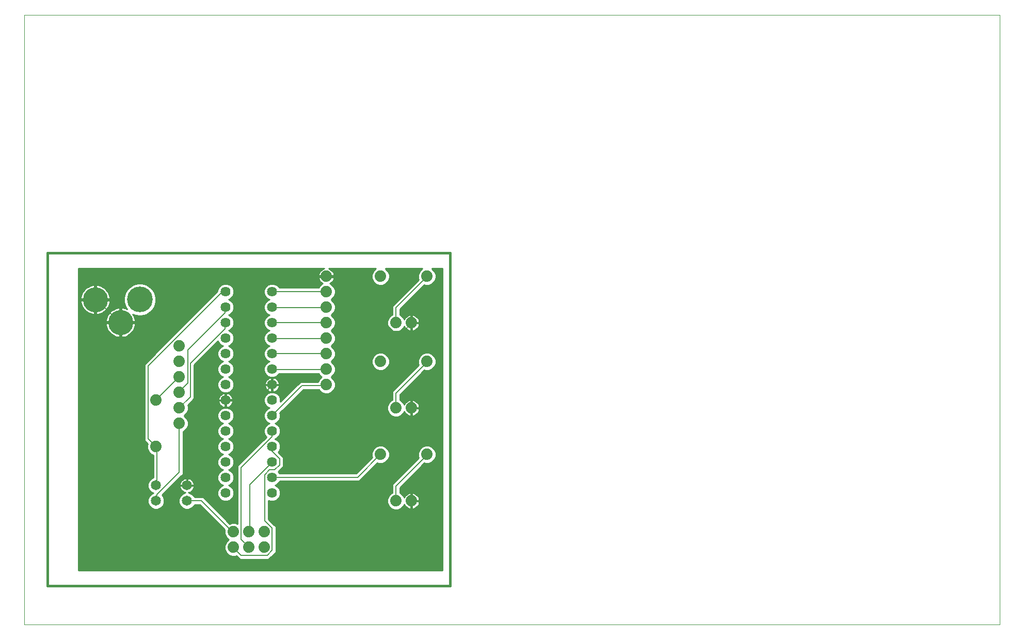
<source format=gtl>
G75*
%MOIN*%
%OFA0B0*%
%FSLAX25Y25*%
%IPPOS*%
%LPD*%
%AMOC8*
5,1,8,0,0,1.08239X$1,22.5*
%
%ADD10C,0.00000*%
%ADD11C,0.01600*%
%ADD12C,0.06500*%
%ADD13C,0.07400*%
%ADD14C,0.16598*%
%ADD15C,0.16200*%
%ADD16C,0.06400*%
%ADD17C,0.00800*%
%ADD18C,0.01000*%
D10*
X0001000Y0001000D02*
X0001000Y0394701D01*
X0630921Y0394701D01*
X0630921Y0001000D01*
X0001000Y0001000D01*
D11*
X0016000Y0026000D02*
X0016000Y0241000D01*
X0276000Y0241000D01*
X0276000Y0026000D01*
X0016000Y0026000D01*
D12*
X0086000Y0081000D03*
X0086000Y0091000D03*
X0106000Y0091000D03*
X0106000Y0081000D03*
D13*
X0136000Y0061000D03*
X0146000Y0061000D03*
X0156000Y0061000D03*
X0156000Y0051000D03*
X0146000Y0051000D03*
X0136000Y0051000D03*
X0231000Y0111000D03*
X0261000Y0111000D03*
X0251000Y0141000D03*
X0241000Y0141000D03*
X0196000Y0156000D03*
X0196000Y0166000D03*
X0196000Y0176000D03*
X0196000Y0186000D03*
X0196000Y0196000D03*
X0196000Y0206000D03*
X0196000Y0216000D03*
X0196000Y0226000D03*
X0231000Y0226000D03*
X0261000Y0226000D03*
X0251000Y0196000D03*
X0241000Y0196000D03*
X0231000Y0171000D03*
X0261000Y0171000D03*
X0251000Y0081000D03*
X0241000Y0081000D03*
X0101000Y0131000D03*
X0101000Y0141000D03*
X0086000Y0146000D03*
X0101000Y0151000D03*
X0101000Y0161000D03*
X0101000Y0171000D03*
X0101000Y0181000D03*
X0086000Y0116000D03*
D14*
X0075637Y0211000D03*
D15*
X0063126Y0196191D03*
X0046815Y0210900D03*
D16*
X0131000Y0206000D03*
X0131000Y0216000D03*
X0131000Y0196000D03*
X0131000Y0186000D03*
X0131000Y0176000D03*
X0131000Y0166000D03*
X0131000Y0156000D03*
X0131000Y0146000D03*
X0131000Y0136000D03*
X0131000Y0126000D03*
X0131000Y0116000D03*
X0131000Y0106000D03*
X0131000Y0096000D03*
X0131000Y0086000D03*
X0161000Y0086000D03*
X0161000Y0096000D03*
X0161000Y0106000D03*
X0161000Y0116000D03*
X0161000Y0126000D03*
X0161000Y0136000D03*
X0161000Y0146000D03*
X0161000Y0156000D03*
X0161000Y0166000D03*
X0161000Y0176000D03*
X0161000Y0186000D03*
X0161000Y0196000D03*
X0161000Y0206000D03*
X0161000Y0216000D03*
D17*
X0161000Y0216200D01*
X0195400Y0216200D01*
X0196000Y0216000D01*
X0196000Y0206000D02*
X0195400Y0205800D01*
X0161000Y0205800D01*
X0161000Y0206000D01*
X0161000Y0196200D02*
X0161000Y0196000D01*
X0161000Y0196200D02*
X0195400Y0196200D01*
X0196000Y0196000D01*
X0196000Y0186000D02*
X0195400Y0185800D01*
X0161000Y0185800D01*
X0161000Y0186000D01*
X0161000Y0176200D02*
X0161000Y0176000D01*
X0161000Y0176200D02*
X0195400Y0176200D01*
X0196000Y0176000D01*
X0196000Y0166000D02*
X0195400Y0165800D01*
X0161000Y0165800D01*
X0161000Y0166000D01*
X0161000Y0156000D02*
X0161000Y0155400D01*
X0152200Y0146600D01*
X0131400Y0146600D01*
X0131000Y0146000D01*
X0108200Y0148200D02*
X0101000Y0141000D01*
X0101000Y0131000D02*
X0101000Y0099400D01*
X0086600Y0085000D01*
X0086600Y0081000D01*
X0086000Y0081000D01*
X0086000Y0091000D02*
X0086600Y0091400D01*
X0086600Y0115400D01*
X0086000Y0116000D01*
X0081000Y0121000D01*
X0081000Y0168200D01*
X0128200Y0215400D01*
X0130600Y0215400D01*
X0131000Y0216000D01*
X0131000Y0206000D02*
X0130600Y0205800D01*
X0130600Y0202600D01*
X0106600Y0178600D01*
X0106600Y0157000D01*
X0101000Y0151400D01*
X0101000Y0151000D01*
X0108200Y0148200D02*
X0108200Y0169800D01*
X0130600Y0192200D01*
X0130600Y0195400D01*
X0131000Y0196000D01*
X0101000Y0161000D02*
X0086000Y0146000D01*
X0141000Y0102600D02*
X0141000Y0056200D01*
X0145800Y0051400D01*
X0146000Y0051000D01*
X0141000Y0045800D02*
X0136200Y0050600D01*
X0136000Y0051000D01*
X0141000Y0045800D02*
X0157800Y0045800D01*
X0161000Y0049000D01*
X0161000Y0063400D01*
X0156200Y0068200D01*
X0156200Y0097800D01*
X0159400Y0101000D01*
X0162600Y0101000D01*
X0165800Y0104200D01*
X0165800Y0108200D01*
X0161000Y0113000D01*
X0161000Y0116000D01*
X0161000Y0122600D02*
X0141000Y0102600D01*
X0146600Y0091400D02*
X0146600Y0061000D01*
X0146000Y0061000D01*
X0136000Y0061000D02*
X0135400Y0061000D01*
X0115400Y0081000D01*
X0106000Y0081000D01*
X0146600Y0091400D02*
X0161000Y0105800D01*
X0161000Y0106000D01*
X0161000Y0096200D02*
X0161000Y0096000D01*
X0161000Y0096200D02*
X0216200Y0096200D01*
X0231000Y0111000D01*
X0241000Y0090600D02*
X0261000Y0110600D01*
X0261000Y0111000D01*
X0241000Y0090600D02*
X0241000Y0081000D01*
X0161000Y0122600D02*
X0161000Y0126000D01*
X0161000Y0136000D02*
X0161000Y0136200D01*
X0180200Y0155400D01*
X0195400Y0155400D01*
X0196000Y0156000D01*
X0241000Y0150600D02*
X0241000Y0141000D01*
X0241000Y0150600D02*
X0261000Y0170600D01*
X0261000Y0171000D01*
X0245800Y0190600D02*
X0239400Y0190600D01*
X0204200Y0225800D01*
X0196200Y0225800D01*
X0196000Y0226000D01*
X0241000Y0205800D02*
X0261000Y0225800D01*
X0261000Y0226000D01*
X0241000Y0205800D02*
X0241000Y0196000D01*
X0245800Y0190600D02*
X0250600Y0195400D01*
X0251000Y0196000D01*
X0063126Y0196191D02*
X0062600Y0196200D01*
X0047400Y0211400D01*
X0046815Y0210900D01*
D18*
X0047315Y0210687D02*
X0065238Y0210687D01*
X0065238Y0209689D02*
X0056339Y0209689D01*
X0056294Y0209289D02*
X0056415Y0210361D01*
X0056415Y0210400D01*
X0047315Y0210400D01*
X0047315Y0211400D01*
X0056415Y0211400D01*
X0056415Y0211439D01*
X0056294Y0212511D01*
X0056054Y0213562D01*
X0055698Y0214580D01*
X0055230Y0215551D01*
X0054657Y0216464D01*
X0053984Y0217307D01*
X0053222Y0218069D01*
X0052379Y0218742D01*
X0051466Y0219315D01*
X0050495Y0219783D01*
X0049477Y0220139D01*
X0048426Y0220379D01*
X0047354Y0220500D01*
X0047315Y0220500D01*
X0047315Y0211400D01*
X0046315Y0211400D01*
X0046315Y0220500D01*
X0046276Y0220500D01*
X0045204Y0220379D01*
X0044153Y0220139D01*
X0043135Y0219783D01*
X0042164Y0219315D01*
X0041251Y0218742D01*
X0040408Y0218069D01*
X0039646Y0217307D01*
X0038973Y0216464D01*
X0038400Y0215551D01*
X0037932Y0214580D01*
X0037576Y0213562D01*
X0037336Y0212511D01*
X0037215Y0211439D01*
X0037215Y0211400D01*
X0046315Y0211400D01*
X0046315Y0210400D01*
X0047315Y0210400D01*
X0047315Y0201300D01*
X0047354Y0201300D01*
X0048426Y0201421D01*
X0049477Y0201661D01*
X0050495Y0202017D01*
X0051466Y0202485D01*
X0052379Y0203058D01*
X0053222Y0203731D01*
X0053984Y0204493D01*
X0054657Y0205336D01*
X0055230Y0206249D01*
X0055698Y0207220D01*
X0056054Y0208238D01*
X0056294Y0209289D01*
X0056157Y0208690D02*
X0065490Y0208690D01*
X0065238Y0209631D02*
X0065946Y0206986D01*
X0067145Y0204910D01*
X0066806Y0205074D01*
X0065788Y0205430D01*
X0064737Y0205670D01*
X0063665Y0205791D01*
X0063626Y0205791D01*
X0063626Y0196691D01*
X0062626Y0196691D01*
X0062626Y0205791D01*
X0062587Y0205791D01*
X0061515Y0205670D01*
X0060464Y0205430D01*
X0059446Y0205074D01*
X0058475Y0204606D01*
X0057562Y0204032D01*
X0056719Y0203360D01*
X0055957Y0202598D01*
X0055284Y0201755D01*
X0054711Y0200842D01*
X0054243Y0199870D01*
X0053887Y0198852D01*
X0053647Y0197801D01*
X0053526Y0196730D01*
X0053526Y0196691D01*
X0062626Y0196691D01*
X0062626Y0195691D01*
X0053526Y0195691D01*
X0053526Y0195651D01*
X0053647Y0194580D01*
X0053887Y0193529D01*
X0054243Y0192511D01*
X0054711Y0191540D01*
X0055284Y0190627D01*
X0055957Y0189784D01*
X0056719Y0189021D01*
X0057562Y0188349D01*
X0058475Y0187775D01*
X0059446Y0187307D01*
X0060464Y0186951D01*
X0061515Y0186711D01*
X0062587Y0186591D01*
X0062626Y0186591D01*
X0062626Y0195690D01*
X0063626Y0195690D01*
X0063626Y0186591D01*
X0063665Y0186591D01*
X0064737Y0186711D01*
X0065788Y0186951D01*
X0066806Y0187307D01*
X0067777Y0187775D01*
X0068690Y0188349D01*
X0069533Y0189021D01*
X0070295Y0189784D01*
X0070968Y0190627D01*
X0071541Y0191540D01*
X0072009Y0192511D01*
X0072365Y0193529D01*
X0072605Y0194580D01*
X0072726Y0195651D01*
X0072726Y0195691D01*
X0063626Y0195691D01*
X0063626Y0196691D01*
X0072726Y0196691D01*
X0072726Y0196730D01*
X0072605Y0197801D01*
X0072365Y0198852D01*
X0072009Y0199870D01*
X0071541Y0200842D01*
X0071033Y0201650D01*
X0071623Y0201309D01*
X0074268Y0200601D01*
X0077006Y0200601D01*
X0079651Y0201309D01*
X0082022Y0202679D01*
X0083958Y0204615D01*
X0085328Y0206986D01*
X0086036Y0209631D01*
X0086036Y0212369D01*
X0085328Y0215014D01*
X0083958Y0217385D01*
X0082022Y0219321D01*
X0079651Y0220691D01*
X0077006Y0221399D01*
X0074268Y0221399D01*
X0071623Y0220691D01*
X0069252Y0219321D01*
X0067316Y0217385D01*
X0065946Y0215014D01*
X0065238Y0212369D01*
X0065238Y0209631D01*
X0065757Y0207692D02*
X0055863Y0207692D01*
X0055444Y0206693D02*
X0066115Y0206693D01*
X0066692Y0205695D02*
X0064515Y0205695D01*
X0063626Y0205695D02*
X0062626Y0205695D01*
X0061737Y0205695D02*
X0054882Y0205695D01*
X0054147Y0204696D02*
X0058663Y0204696D01*
X0057143Y0203698D02*
X0053181Y0203698D01*
X0051808Y0202699D02*
X0056058Y0202699D01*
X0055250Y0201701D02*
X0049591Y0201701D01*
X0047315Y0201701D02*
X0046315Y0201701D01*
X0046315Y0201300D02*
X0046315Y0210400D01*
X0037215Y0210400D01*
X0037215Y0210361D01*
X0037336Y0209289D01*
X0037576Y0208238D01*
X0037932Y0207220D01*
X0038400Y0206249D01*
X0038973Y0205336D01*
X0039646Y0204493D01*
X0040408Y0203731D01*
X0041251Y0203058D01*
X0042164Y0202485D01*
X0043135Y0202017D01*
X0044153Y0201661D01*
X0045204Y0201421D01*
X0046276Y0201300D01*
X0046315Y0201300D01*
X0046315Y0202699D02*
X0047315Y0202699D01*
X0047315Y0203698D02*
X0046315Y0203698D01*
X0046315Y0204696D02*
X0047315Y0204696D01*
X0047315Y0205695D02*
X0046315Y0205695D01*
X0046315Y0206693D02*
X0047315Y0206693D01*
X0047315Y0207692D02*
X0046315Y0207692D01*
X0046315Y0208690D02*
X0047315Y0208690D01*
X0047315Y0209689D02*
X0046315Y0209689D01*
X0046315Y0210687D02*
X0036000Y0210687D01*
X0036000Y0209689D02*
X0037291Y0209689D01*
X0037472Y0208690D02*
X0036000Y0208690D01*
X0036000Y0207692D02*
X0037767Y0207692D01*
X0038186Y0206693D02*
X0036000Y0206693D01*
X0036000Y0205695D02*
X0038748Y0205695D01*
X0039483Y0204696D02*
X0036000Y0204696D01*
X0036000Y0203698D02*
X0040449Y0203698D01*
X0041822Y0202699D02*
X0036000Y0202699D01*
X0036000Y0201701D02*
X0044038Y0201701D01*
X0036000Y0200702D02*
X0054644Y0200702D01*
X0054185Y0199704D02*
X0036000Y0199704D01*
X0036000Y0198705D02*
X0053853Y0198705D01*
X0053636Y0197707D02*
X0036000Y0197707D01*
X0036000Y0196708D02*
X0053526Y0196708D01*
X0053632Y0194711D02*
X0036000Y0194711D01*
X0036000Y0193713D02*
X0053845Y0193713D01*
X0054172Y0192714D02*
X0036000Y0192714D01*
X0036000Y0191716D02*
X0054626Y0191716D01*
X0055227Y0190717D02*
X0036000Y0190717D01*
X0036000Y0189719D02*
X0056021Y0189719D01*
X0057096Y0188720D02*
X0036000Y0188720D01*
X0036000Y0187722D02*
X0058586Y0187722D01*
X0061464Y0186723D02*
X0036000Y0186723D01*
X0036000Y0185725D02*
X0094989Y0185725D01*
X0095988Y0186723D02*
X0064788Y0186723D01*
X0063626Y0186723D02*
X0062626Y0186723D01*
X0062626Y0187722D02*
X0063626Y0187722D01*
X0063626Y0188720D02*
X0062626Y0188720D01*
X0062626Y0189719D02*
X0063626Y0189719D01*
X0063626Y0190717D02*
X0062626Y0190717D01*
X0062626Y0191716D02*
X0063626Y0191716D01*
X0063626Y0192714D02*
X0062626Y0192714D01*
X0062626Y0193713D02*
X0063626Y0193713D01*
X0063626Y0194711D02*
X0062626Y0194711D01*
X0062626Y0195710D02*
X0036000Y0195710D01*
X0036000Y0184726D02*
X0093991Y0184726D01*
X0092992Y0183728D02*
X0036000Y0183728D01*
X0036000Y0182729D02*
X0091994Y0182729D01*
X0090995Y0181731D02*
X0036000Y0181731D01*
X0036000Y0180732D02*
X0089997Y0180732D01*
X0088998Y0179734D02*
X0036000Y0179734D01*
X0036000Y0178735D02*
X0087999Y0178735D01*
X0087001Y0177737D02*
X0036000Y0177737D01*
X0036000Y0176738D02*
X0086002Y0176738D01*
X0085004Y0175739D02*
X0036000Y0175739D01*
X0036000Y0174741D02*
X0084005Y0174741D01*
X0083007Y0173742D02*
X0036000Y0173742D01*
X0036000Y0172744D02*
X0082008Y0172744D01*
X0081010Y0171745D02*
X0036000Y0171745D01*
X0036000Y0170747D02*
X0080011Y0170747D01*
X0079584Y0170319D02*
X0078881Y0169616D01*
X0078500Y0168697D01*
X0078500Y0120503D01*
X0078881Y0119584D01*
X0080525Y0117939D01*
X0080200Y0117154D01*
X0080200Y0114846D01*
X0081083Y0112715D01*
X0082715Y0111083D01*
X0084100Y0110509D01*
X0084100Y0096004D01*
X0082969Y0095535D01*
X0081464Y0094031D01*
X0080650Y0092064D01*
X0080650Y0089936D01*
X0081464Y0087969D01*
X0082969Y0086464D01*
X0084091Y0086000D01*
X0082969Y0085535D01*
X0081464Y0084031D01*
X0080650Y0082064D01*
X0080650Y0079936D01*
X0081464Y0077969D01*
X0082969Y0076464D01*
X0084936Y0075650D01*
X0087064Y0075650D01*
X0089031Y0076464D01*
X0090535Y0077969D01*
X0091350Y0079936D01*
X0091350Y0082064D01*
X0090535Y0084031D01*
X0089851Y0084715D01*
X0102416Y0097281D01*
X0103119Y0097984D01*
X0103500Y0098903D01*
X0103500Y0125758D01*
X0104285Y0126083D01*
X0105917Y0127715D01*
X0106800Y0129846D01*
X0106800Y0132154D01*
X0105917Y0134285D01*
X0104285Y0135917D01*
X0104085Y0136000D01*
X0104285Y0136083D01*
X0105917Y0137715D01*
X0106800Y0139846D01*
X0106800Y0142154D01*
X0106475Y0142939D01*
X0110319Y0146784D01*
X0110700Y0147703D01*
X0110700Y0168764D01*
X0126046Y0184110D01*
X0126507Y0182998D01*
X0127998Y0181507D01*
X0129222Y0181000D01*
X0127998Y0180493D01*
X0126507Y0179002D01*
X0125700Y0177054D01*
X0125700Y0174946D01*
X0126507Y0172998D01*
X0127998Y0171507D01*
X0129222Y0171000D01*
X0127998Y0170493D01*
X0126507Y0169002D01*
X0125700Y0167054D01*
X0125700Y0164946D01*
X0126507Y0162998D01*
X0127998Y0161507D01*
X0129222Y0161000D01*
X0127998Y0160493D01*
X0126507Y0159002D01*
X0125700Y0157054D01*
X0125700Y0154946D01*
X0126507Y0152998D01*
X0127998Y0151507D01*
X0129946Y0150700D01*
X0132054Y0150700D01*
X0134002Y0151507D01*
X0135493Y0152998D01*
X0136300Y0154946D01*
X0136300Y0157054D01*
X0135493Y0159002D01*
X0134002Y0160493D01*
X0132778Y0161000D01*
X0134002Y0161507D01*
X0135493Y0162998D01*
X0136300Y0164946D01*
X0136300Y0167054D01*
X0135493Y0169002D01*
X0134002Y0170493D01*
X0132778Y0171000D01*
X0134002Y0171507D01*
X0135493Y0172998D01*
X0136300Y0174946D01*
X0136300Y0177054D01*
X0135493Y0179002D01*
X0134002Y0180493D01*
X0132778Y0181000D01*
X0134002Y0181507D01*
X0135493Y0182998D01*
X0136300Y0184946D01*
X0136300Y0187054D01*
X0135493Y0189002D01*
X0134002Y0190493D01*
X0132804Y0190989D01*
X0132815Y0191015D01*
X0134002Y0191507D01*
X0135493Y0192998D01*
X0136300Y0194946D01*
X0136300Y0197054D01*
X0135493Y0199002D01*
X0134002Y0200493D01*
X0132778Y0201000D01*
X0134002Y0201507D01*
X0135493Y0202998D01*
X0136300Y0204946D01*
X0136300Y0207054D01*
X0135493Y0209002D01*
X0134002Y0210493D01*
X0132778Y0211000D01*
X0134002Y0211507D01*
X0135493Y0212998D01*
X0136300Y0214946D01*
X0136300Y0217054D01*
X0135493Y0219002D01*
X0134002Y0220493D01*
X0132054Y0221300D01*
X0129946Y0221300D01*
X0127998Y0220493D01*
X0126507Y0219002D01*
X0125700Y0217054D01*
X0125700Y0216436D01*
X0079584Y0170319D01*
X0079013Y0169748D02*
X0036000Y0169748D01*
X0036000Y0168750D02*
X0078522Y0168750D01*
X0078500Y0167751D02*
X0036000Y0167751D01*
X0036000Y0166753D02*
X0078500Y0166753D01*
X0078500Y0165754D02*
X0036000Y0165754D01*
X0036000Y0164756D02*
X0078500Y0164756D01*
X0078500Y0163757D02*
X0036000Y0163757D01*
X0036000Y0162759D02*
X0078500Y0162759D01*
X0078500Y0161760D02*
X0036000Y0161760D01*
X0036000Y0160762D02*
X0078500Y0160762D01*
X0078500Y0159763D02*
X0036000Y0159763D01*
X0036000Y0158765D02*
X0078500Y0158765D01*
X0078500Y0157766D02*
X0036000Y0157766D01*
X0036000Y0156768D02*
X0078500Y0156768D01*
X0078500Y0155769D02*
X0036000Y0155769D01*
X0036000Y0154771D02*
X0078500Y0154771D01*
X0078500Y0153772D02*
X0036000Y0153772D01*
X0036000Y0152774D02*
X0078500Y0152774D01*
X0078500Y0151775D02*
X0036000Y0151775D01*
X0036000Y0150777D02*
X0078500Y0150777D01*
X0078500Y0149778D02*
X0036000Y0149778D01*
X0036000Y0148780D02*
X0078500Y0148780D01*
X0078500Y0147781D02*
X0036000Y0147781D01*
X0036000Y0146783D02*
X0078500Y0146783D01*
X0078500Y0145784D02*
X0036000Y0145784D01*
X0036000Y0144786D02*
X0078500Y0144786D01*
X0078500Y0143787D02*
X0036000Y0143787D01*
X0036000Y0142789D02*
X0078500Y0142789D01*
X0078500Y0141790D02*
X0036000Y0141790D01*
X0036000Y0140792D02*
X0078500Y0140792D01*
X0078500Y0139793D02*
X0036000Y0139793D01*
X0036000Y0138795D02*
X0078500Y0138795D01*
X0078500Y0137796D02*
X0036000Y0137796D01*
X0036000Y0136798D02*
X0078500Y0136798D01*
X0078500Y0135799D02*
X0036000Y0135799D01*
X0036000Y0134801D02*
X0078500Y0134801D01*
X0078500Y0133802D02*
X0036000Y0133802D01*
X0036000Y0132803D02*
X0078500Y0132803D01*
X0078500Y0131805D02*
X0036000Y0131805D01*
X0036000Y0130806D02*
X0078500Y0130806D01*
X0078500Y0129808D02*
X0036000Y0129808D01*
X0036000Y0128809D02*
X0078500Y0128809D01*
X0078500Y0127811D02*
X0036000Y0127811D01*
X0036000Y0126812D02*
X0078500Y0126812D01*
X0078500Y0125814D02*
X0036000Y0125814D01*
X0036000Y0124815D02*
X0078500Y0124815D01*
X0078500Y0123817D02*
X0036000Y0123817D01*
X0036000Y0122818D02*
X0078500Y0122818D01*
X0078500Y0121820D02*
X0036000Y0121820D01*
X0036000Y0120821D02*
X0078500Y0120821D01*
X0078782Y0119823D02*
X0036000Y0119823D01*
X0036000Y0118824D02*
X0079640Y0118824D01*
X0080478Y0117826D02*
X0036000Y0117826D01*
X0036000Y0116827D02*
X0080200Y0116827D01*
X0080200Y0115829D02*
X0036000Y0115829D01*
X0036000Y0114830D02*
X0080207Y0114830D01*
X0080620Y0113832D02*
X0036000Y0113832D01*
X0036000Y0112833D02*
X0081034Y0112833D01*
X0081963Y0111835D02*
X0036000Y0111835D01*
X0036000Y0110836D02*
X0083310Y0110836D01*
X0084100Y0109838D02*
X0036000Y0109838D01*
X0036000Y0108839D02*
X0084100Y0108839D01*
X0084100Y0107841D02*
X0036000Y0107841D01*
X0036000Y0106842D02*
X0084100Y0106842D01*
X0084100Y0105844D02*
X0036000Y0105844D01*
X0036000Y0104845D02*
X0084100Y0104845D01*
X0084100Y0103847D02*
X0036000Y0103847D01*
X0036000Y0102848D02*
X0084100Y0102848D01*
X0084100Y0101850D02*
X0036000Y0101850D01*
X0036000Y0100851D02*
X0084100Y0100851D01*
X0084100Y0099853D02*
X0036000Y0099853D01*
X0036000Y0098854D02*
X0084100Y0098854D01*
X0084100Y0097856D02*
X0036000Y0097856D01*
X0036000Y0096857D02*
X0084100Y0096857D01*
X0083749Y0095859D02*
X0036000Y0095859D01*
X0036000Y0094860D02*
X0082294Y0094860D01*
X0081395Y0093862D02*
X0036000Y0093862D01*
X0036000Y0092863D02*
X0080981Y0092863D01*
X0080650Y0091865D02*
X0036000Y0091865D01*
X0036000Y0090866D02*
X0080650Y0090866D01*
X0080678Y0089868D02*
X0036000Y0089868D01*
X0036000Y0088869D02*
X0081092Y0088869D01*
X0081563Y0087870D02*
X0036000Y0087870D01*
X0036000Y0086872D02*
X0082562Y0086872D01*
X0083785Y0085873D02*
X0036000Y0085873D01*
X0036000Y0084875D02*
X0082309Y0084875D01*
X0081401Y0083876D02*
X0036000Y0083876D01*
X0036000Y0082878D02*
X0080987Y0082878D01*
X0080650Y0081879D02*
X0036000Y0081879D01*
X0036000Y0080881D02*
X0080650Y0080881D01*
X0080672Y0079882D02*
X0036000Y0079882D01*
X0036000Y0078884D02*
X0081086Y0078884D01*
X0081549Y0077885D02*
X0036000Y0077885D01*
X0036000Y0076887D02*
X0082547Y0076887D01*
X0084360Y0075888D02*
X0036000Y0075888D01*
X0036000Y0074890D02*
X0117975Y0074890D01*
X0118973Y0073891D02*
X0036000Y0073891D01*
X0036000Y0072893D02*
X0119972Y0072893D01*
X0120970Y0071894D02*
X0036000Y0071894D01*
X0036000Y0070896D02*
X0121969Y0070896D01*
X0122967Y0069897D02*
X0036000Y0069897D01*
X0036000Y0068899D02*
X0123966Y0068899D01*
X0124964Y0067900D02*
X0036000Y0067900D01*
X0036000Y0066902D02*
X0125963Y0066902D01*
X0126961Y0065903D02*
X0036000Y0065903D01*
X0036000Y0064905D02*
X0127960Y0064905D01*
X0128958Y0063906D02*
X0036000Y0063906D01*
X0036000Y0062908D02*
X0129957Y0062908D01*
X0130350Y0062515D02*
X0130200Y0062154D01*
X0130200Y0059846D01*
X0131083Y0057715D01*
X0132715Y0056083D01*
X0132915Y0056000D01*
X0132715Y0055917D01*
X0131083Y0054285D01*
X0130200Y0052154D01*
X0130200Y0049846D01*
X0131083Y0047715D01*
X0132715Y0046083D01*
X0134846Y0045200D01*
X0137154Y0045200D01*
X0137798Y0045467D01*
X0139584Y0043681D01*
X0140503Y0043300D01*
X0158297Y0043300D01*
X0159216Y0043681D01*
X0159919Y0044384D01*
X0163119Y0047584D01*
X0163500Y0048503D01*
X0163500Y0063897D01*
X0163119Y0064816D01*
X0162416Y0065519D01*
X0158700Y0069236D01*
X0158700Y0081216D01*
X0159946Y0080700D01*
X0162054Y0080700D01*
X0164002Y0081507D01*
X0165493Y0082998D01*
X0166300Y0084946D01*
X0166300Y0087054D01*
X0165493Y0089002D01*
X0164002Y0090493D01*
X0162778Y0091000D01*
X0164002Y0091507D01*
X0165493Y0092998D01*
X0165784Y0093700D01*
X0216697Y0093700D01*
X0217616Y0094081D01*
X0218319Y0094784D01*
X0229061Y0105525D01*
X0229846Y0105200D01*
X0232154Y0105200D01*
X0234285Y0106083D01*
X0235917Y0107715D01*
X0236800Y0109846D01*
X0236800Y0112154D01*
X0235917Y0114285D01*
X0234285Y0115917D01*
X0232154Y0116800D01*
X0229846Y0116800D01*
X0227715Y0115917D01*
X0226083Y0114285D01*
X0225200Y0112154D01*
X0225200Y0109846D01*
X0225525Y0109061D01*
X0215164Y0098700D01*
X0165618Y0098700D01*
X0165493Y0099002D01*
X0164815Y0099680D01*
X0167919Y0102784D01*
X0168300Y0103703D01*
X0168300Y0108697D01*
X0167919Y0109616D01*
X0167216Y0110319D01*
X0165015Y0112520D01*
X0165493Y0112998D01*
X0166300Y0114946D01*
X0166300Y0117054D01*
X0165493Y0119002D01*
X0164002Y0120493D01*
X0162890Y0120954D01*
X0163047Y0121111D01*
X0164002Y0121507D01*
X0165493Y0122998D01*
X0166300Y0124946D01*
X0166300Y0127054D01*
X0165493Y0129002D01*
X0164002Y0130493D01*
X0162778Y0131000D01*
X0164002Y0131507D01*
X0165493Y0132998D01*
X0166300Y0134946D01*
X0166300Y0137054D01*
X0166033Y0137698D01*
X0181236Y0152900D01*
X0191006Y0152900D01*
X0191083Y0152715D01*
X0192715Y0151083D01*
X0194846Y0150200D01*
X0197154Y0150200D01*
X0199285Y0151083D01*
X0200917Y0152715D01*
X0201800Y0154846D01*
X0201800Y0157154D01*
X0200917Y0159285D01*
X0199285Y0160917D01*
X0199085Y0161000D01*
X0199285Y0161083D01*
X0200917Y0162715D01*
X0201800Y0164846D01*
X0201800Y0167154D01*
X0200917Y0169285D01*
X0199285Y0170917D01*
X0199085Y0171000D01*
X0199285Y0171083D01*
X0200917Y0172715D01*
X0201800Y0174846D01*
X0201800Y0177154D01*
X0200917Y0179285D01*
X0199285Y0180917D01*
X0199085Y0181000D01*
X0199285Y0181083D01*
X0200917Y0182715D01*
X0201800Y0184846D01*
X0201800Y0187154D01*
X0200917Y0189285D01*
X0199285Y0190917D01*
X0199085Y0191000D01*
X0199285Y0191083D01*
X0200917Y0192715D01*
X0201800Y0194846D01*
X0201800Y0197154D01*
X0200917Y0199285D01*
X0199285Y0200917D01*
X0199085Y0201000D01*
X0199285Y0201083D01*
X0200917Y0202715D01*
X0201800Y0204846D01*
X0201800Y0207154D01*
X0200917Y0209285D01*
X0199285Y0210917D01*
X0199085Y0211000D01*
X0199285Y0211083D01*
X0200917Y0212715D01*
X0201800Y0214846D01*
X0201800Y0217154D01*
X0200917Y0219285D01*
X0199285Y0220917D01*
X0198288Y0221330D01*
X0198725Y0221553D01*
X0199388Y0222034D01*
X0199966Y0222612D01*
X0200447Y0223275D01*
X0200819Y0224004D01*
X0201072Y0224782D01*
X0201186Y0225500D01*
X0196500Y0225500D01*
X0196500Y0226500D01*
X0201186Y0226500D01*
X0201072Y0227218D01*
X0200819Y0227996D01*
X0200447Y0228725D01*
X0199966Y0229388D01*
X0199388Y0229966D01*
X0198725Y0230447D01*
X0197996Y0230819D01*
X0197439Y0231000D01*
X0227915Y0231000D01*
X0227715Y0230917D01*
X0226083Y0229285D01*
X0225200Y0227154D01*
X0225200Y0224846D01*
X0226083Y0222715D01*
X0227715Y0221083D01*
X0229846Y0220200D01*
X0232154Y0220200D01*
X0234285Y0221083D01*
X0235917Y0222715D01*
X0236800Y0224846D01*
X0236800Y0227154D01*
X0235917Y0229285D01*
X0234285Y0230917D01*
X0234085Y0231000D01*
X0257915Y0231000D01*
X0257715Y0230917D01*
X0256083Y0229285D01*
X0255200Y0227154D01*
X0255200Y0224846D01*
X0255584Y0223919D01*
X0238881Y0207216D01*
X0238500Y0206297D01*
X0238500Y0201242D01*
X0237715Y0200917D01*
X0236083Y0199285D01*
X0235200Y0197154D01*
X0235200Y0194846D01*
X0236083Y0192715D01*
X0237715Y0191083D01*
X0239846Y0190200D01*
X0242154Y0190200D01*
X0244285Y0191083D01*
X0245917Y0192715D01*
X0246330Y0193712D01*
X0246553Y0193275D01*
X0247034Y0192612D01*
X0247612Y0192034D01*
X0248275Y0191553D01*
X0249004Y0191181D01*
X0249782Y0190928D01*
X0250591Y0190800D01*
X0250700Y0190800D01*
X0250700Y0195700D01*
X0251300Y0195700D01*
X0251300Y0196300D01*
X0250700Y0196300D01*
X0250700Y0201200D01*
X0250591Y0201200D01*
X0249782Y0201072D01*
X0249004Y0200819D01*
X0248275Y0200447D01*
X0247612Y0199966D01*
X0247034Y0199388D01*
X0246553Y0198725D01*
X0246330Y0198288D01*
X0245917Y0199285D01*
X0244285Y0200917D01*
X0243500Y0201242D01*
X0243500Y0204764D01*
X0259202Y0220467D01*
X0259846Y0220200D01*
X0262154Y0220200D01*
X0264285Y0221083D01*
X0265917Y0222715D01*
X0266800Y0224846D01*
X0266800Y0227154D01*
X0265917Y0229285D01*
X0264285Y0230917D01*
X0264085Y0231000D01*
X0271000Y0231000D01*
X0271000Y0036000D01*
X0036000Y0036000D01*
X0036000Y0231000D01*
X0194561Y0231000D01*
X0194004Y0230819D01*
X0193275Y0230447D01*
X0192612Y0229966D01*
X0192034Y0229388D01*
X0191553Y0228725D01*
X0191181Y0227996D01*
X0190928Y0227218D01*
X0190814Y0226500D01*
X0195500Y0226500D01*
X0195500Y0225500D01*
X0190814Y0225500D01*
X0190928Y0224782D01*
X0191181Y0224004D01*
X0191553Y0223275D01*
X0192034Y0222612D01*
X0192612Y0222034D01*
X0193275Y0221553D01*
X0193712Y0221330D01*
X0192715Y0220917D01*
X0191083Y0219285D01*
X0190841Y0218700D01*
X0165618Y0218700D01*
X0165493Y0219002D01*
X0164002Y0220493D01*
X0162054Y0221300D01*
X0159946Y0221300D01*
X0157998Y0220493D01*
X0156507Y0219002D01*
X0155700Y0217054D01*
X0155700Y0214946D01*
X0156507Y0212998D01*
X0157998Y0211507D01*
X0159222Y0211000D01*
X0157998Y0210493D01*
X0156507Y0209002D01*
X0155700Y0207054D01*
X0155700Y0204946D01*
X0156507Y0202998D01*
X0157998Y0201507D01*
X0159222Y0201000D01*
X0157998Y0200493D01*
X0156507Y0199002D01*
X0155700Y0197054D01*
X0155700Y0194946D01*
X0156507Y0192998D01*
X0157998Y0191507D01*
X0159222Y0191000D01*
X0157998Y0190493D01*
X0156507Y0189002D01*
X0155700Y0187054D01*
X0155700Y0184946D01*
X0156507Y0182998D01*
X0157998Y0181507D01*
X0159222Y0181000D01*
X0157998Y0180493D01*
X0156507Y0179002D01*
X0155700Y0177054D01*
X0155700Y0174946D01*
X0156507Y0172998D01*
X0157998Y0171507D01*
X0159222Y0171000D01*
X0157998Y0170493D01*
X0156507Y0169002D01*
X0155700Y0167054D01*
X0155700Y0164946D01*
X0156507Y0162998D01*
X0157998Y0161507D01*
X0159946Y0160700D01*
X0162054Y0160700D01*
X0164002Y0161507D01*
X0165493Y0162998D01*
X0165618Y0163300D01*
X0190841Y0163300D01*
X0191083Y0162715D01*
X0192715Y0161083D01*
X0192915Y0161000D01*
X0192715Y0160917D01*
X0191083Y0159285D01*
X0190509Y0157900D01*
X0179703Y0157900D01*
X0178784Y0157519D01*
X0166300Y0145036D01*
X0166300Y0147054D01*
X0165493Y0149002D01*
X0164002Y0150493D01*
X0162054Y0151300D01*
X0159946Y0151300D01*
X0157998Y0150493D01*
X0156507Y0149002D01*
X0155700Y0147054D01*
X0155700Y0144946D01*
X0156507Y0142998D01*
X0157998Y0141507D01*
X0159222Y0141000D01*
X0157998Y0140493D01*
X0156507Y0139002D01*
X0155700Y0137054D01*
X0155700Y0134946D01*
X0156507Y0132998D01*
X0157998Y0131507D01*
X0159222Y0131000D01*
X0157998Y0130493D01*
X0156507Y0129002D01*
X0155700Y0127054D01*
X0155700Y0124946D01*
X0156507Y0122998D01*
X0157185Y0122320D01*
X0139584Y0104719D01*
X0138881Y0104016D01*
X0138500Y0103097D01*
X0138500Y0066242D01*
X0137154Y0066800D01*
X0134846Y0066800D01*
X0133637Y0066299D01*
X0116816Y0083119D01*
X0115897Y0083500D01*
X0110755Y0083500D01*
X0110535Y0084031D01*
X0109031Y0085535D01*
X0107064Y0086350D01*
X0107005Y0086350D01*
X0107112Y0086367D01*
X0107823Y0086598D01*
X0108490Y0086937D01*
X0109094Y0087377D01*
X0109623Y0087906D01*
X0110063Y0088510D01*
X0110402Y0089177D01*
X0110633Y0089888D01*
X0110750Y0090626D01*
X0110750Y0090811D01*
X0106189Y0090811D01*
X0106189Y0091189D01*
X0110750Y0091189D01*
X0110750Y0091374D01*
X0110633Y0092112D01*
X0110402Y0092823D01*
X0110063Y0093490D01*
X0109623Y0094094D01*
X0109094Y0094623D01*
X0108490Y0095063D01*
X0107823Y0095402D01*
X0107112Y0095633D01*
X0106374Y0095750D01*
X0106189Y0095750D01*
X0106189Y0091189D01*
X0105811Y0091189D01*
X0105811Y0095750D01*
X0105626Y0095750D01*
X0104888Y0095633D01*
X0104177Y0095402D01*
X0103510Y0095063D01*
X0102906Y0094623D01*
X0102377Y0094094D01*
X0101937Y0093490D01*
X0101598Y0092823D01*
X0101367Y0092112D01*
X0101250Y0091374D01*
X0101250Y0091189D01*
X0105811Y0091189D01*
X0105811Y0090811D01*
X0101250Y0090811D01*
X0101250Y0090626D01*
X0101367Y0089888D01*
X0101598Y0089177D01*
X0101937Y0088510D01*
X0102377Y0087906D01*
X0102906Y0087377D01*
X0103510Y0086937D01*
X0104177Y0086598D01*
X0104888Y0086367D01*
X0104995Y0086350D01*
X0104936Y0086350D01*
X0102969Y0085535D01*
X0101464Y0084031D01*
X0100650Y0082064D01*
X0100650Y0079936D01*
X0101464Y0077969D01*
X0102969Y0076464D01*
X0104936Y0075650D01*
X0107064Y0075650D01*
X0109031Y0076464D01*
X0110535Y0077969D01*
X0110755Y0078500D01*
X0114364Y0078500D01*
X0130350Y0062515D01*
X0130200Y0061909D02*
X0036000Y0061909D01*
X0036000Y0060911D02*
X0130200Y0060911D01*
X0130200Y0059912D02*
X0036000Y0059912D01*
X0036000Y0058914D02*
X0130586Y0058914D01*
X0131000Y0057915D02*
X0036000Y0057915D01*
X0036000Y0056917D02*
X0131881Y0056917D01*
X0132717Y0055918D02*
X0036000Y0055918D01*
X0036000Y0054920D02*
X0131717Y0054920D01*
X0130932Y0053921D02*
X0036000Y0053921D01*
X0036000Y0052923D02*
X0130518Y0052923D01*
X0130200Y0051924D02*
X0036000Y0051924D01*
X0036000Y0050926D02*
X0130200Y0050926D01*
X0130200Y0049927D02*
X0036000Y0049927D01*
X0036000Y0048929D02*
X0130580Y0048929D01*
X0130994Y0047930D02*
X0036000Y0047930D01*
X0036000Y0046932D02*
X0131866Y0046932D01*
X0133077Y0045933D02*
X0036000Y0045933D01*
X0036000Y0044934D02*
X0138330Y0044934D01*
X0139328Y0043936D02*
X0036000Y0043936D01*
X0036000Y0042937D02*
X0271000Y0042937D01*
X0271000Y0041939D02*
X0036000Y0041939D01*
X0036000Y0040940D02*
X0271000Y0040940D01*
X0271000Y0039942D02*
X0036000Y0039942D01*
X0036000Y0038943D02*
X0271000Y0038943D01*
X0271000Y0037945D02*
X0036000Y0037945D01*
X0036000Y0036946D02*
X0271000Y0036946D01*
X0271000Y0043936D02*
X0159472Y0043936D01*
X0160470Y0044934D02*
X0271000Y0044934D01*
X0271000Y0045933D02*
X0161469Y0045933D01*
X0162467Y0046932D02*
X0271000Y0046932D01*
X0271000Y0047930D02*
X0163263Y0047930D01*
X0163500Y0048929D02*
X0271000Y0048929D01*
X0271000Y0049927D02*
X0163500Y0049927D01*
X0163500Y0050926D02*
X0271000Y0050926D01*
X0271000Y0051924D02*
X0163500Y0051924D01*
X0163500Y0052923D02*
X0271000Y0052923D01*
X0271000Y0053921D02*
X0163500Y0053921D01*
X0163500Y0054920D02*
X0271000Y0054920D01*
X0271000Y0055918D02*
X0163500Y0055918D01*
X0163500Y0056917D02*
X0271000Y0056917D01*
X0271000Y0057915D02*
X0163500Y0057915D01*
X0163500Y0058914D02*
X0271000Y0058914D01*
X0271000Y0059912D02*
X0163500Y0059912D01*
X0163500Y0060911D02*
X0271000Y0060911D01*
X0271000Y0061909D02*
X0163500Y0061909D01*
X0163500Y0062908D02*
X0271000Y0062908D01*
X0271000Y0063906D02*
X0163496Y0063906D01*
X0163031Y0064905D02*
X0271000Y0064905D01*
X0271000Y0065903D02*
X0162032Y0065903D01*
X0162416Y0065519D02*
X0162416Y0065519D01*
X0161034Y0066902D02*
X0271000Y0066902D01*
X0271000Y0067900D02*
X0160035Y0067900D01*
X0159037Y0068899D02*
X0271000Y0068899D01*
X0271000Y0069897D02*
X0158700Y0069897D01*
X0158700Y0070896D02*
X0271000Y0070896D01*
X0271000Y0071894D02*
X0158700Y0071894D01*
X0158700Y0072893D02*
X0271000Y0072893D01*
X0271000Y0073891D02*
X0158700Y0073891D01*
X0158700Y0074890D02*
X0271000Y0074890D01*
X0271000Y0075888D02*
X0251967Y0075888D01*
X0252218Y0075928D02*
X0252996Y0076181D01*
X0253725Y0076553D01*
X0254388Y0077034D01*
X0254966Y0077612D01*
X0255447Y0078275D01*
X0255819Y0079004D01*
X0256072Y0079782D01*
X0256200Y0080591D01*
X0256200Y0080700D01*
X0251300Y0080700D01*
X0251300Y0081300D01*
X0256200Y0081300D01*
X0256200Y0081409D01*
X0256072Y0082218D01*
X0255819Y0082996D01*
X0255447Y0083725D01*
X0254966Y0084388D01*
X0254388Y0084966D01*
X0253725Y0085447D01*
X0252996Y0085819D01*
X0252218Y0086072D01*
X0251409Y0086200D01*
X0251300Y0086200D01*
X0251300Y0081300D01*
X0250700Y0081300D01*
X0250700Y0086200D01*
X0250591Y0086200D01*
X0249782Y0086072D01*
X0249004Y0085819D01*
X0248275Y0085447D01*
X0247612Y0084966D01*
X0247034Y0084388D01*
X0246553Y0083725D01*
X0246330Y0083288D01*
X0245917Y0084285D01*
X0244285Y0085917D01*
X0243500Y0086242D01*
X0243500Y0089564D01*
X0259344Y0105408D01*
X0259846Y0105200D01*
X0262154Y0105200D01*
X0264285Y0106083D01*
X0265917Y0107715D01*
X0266800Y0109846D01*
X0266800Y0112154D01*
X0265917Y0114285D01*
X0264285Y0115917D01*
X0262154Y0116800D01*
X0259846Y0116800D01*
X0257715Y0115917D01*
X0256083Y0114285D01*
X0255200Y0112154D01*
X0255200Y0109846D01*
X0255643Y0108778D01*
X0238881Y0092016D01*
X0238500Y0091097D01*
X0238500Y0086242D01*
X0237715Y0085917D01*
X0236083Y0084285D01*
X0235200Y0082154D01*
X0235200Y0079846D01*
X0236083Y0077715D01*
X0237715Y0076083D01*
X0239846Y0075200D01*
X0242154Y0075200D01*
X0244285Y0076083D01*
X0245917Y0077715D01*
X0246330Y0078712D01*
X0246553Y0078275D01*
X0247034Y0077612D01*
X0247612Y0077034D01*
X0248275Y0076553D01*
X0249004Y0076181D01*
X0249782Y0075928D01*
X0250591Y0075800D01*
X0250700Y0075800D01*
X0250700Y0080700D01*
X0251300Y0080700D01*
X0251300Y0075800D01*
X0251409Y0075800D01*
X0252218Y0075928D01*
X0251300Y0075888D02*
X0250700Y0075888D01*
X0250033Y0075888D02*
X0243816Y0075888D01*
X0245089Y0076887D02*
X0247814Y0076887D01*
X0246835Y0077885D02*
X0245988Y0077885D01*
X0250700Y0077885D02*
X0251300Y0077885D01*
X0251300Y0076887D02*
X0250700Y0076887D01*
X0250700Y0078884D02*
X0251300Y0078884D01*
X0251300Y0079882D02*
X0250700Y0079882D01*
X0251300Y0080881D02*
X0271000Y0080881D01*
X0271000Y0081879D02*
X0256126Y0081879D01*
X0255857Y0082878D02*
X0271000Y0082878D01*
X0271000Y0083876D02*
X0255338Y0083876D01*
X0254479Y0084875D02*
X0271000Y0084875D01*
X0271000Y0085873D02*
X0252829Y0085873D01*
X0251300Y0085873D02*
X0250700Y0085873D01*
X0250700Y0084875D02*
X0251300Y0084875D01*
X0251300Y0083876D02*
X0250700Y0083876D01*
X0250700Y0082878D02*
X0251300Y0082878D01*
X0251300Y0081879D02*
X0250700Y0081879D01*
X0249171Y0085873D02*
X0244329Y0085873D01*
X0243500Y0086872D02*
X0271000Y0086872D01*
X0271000Y0087870D02*
X0243500Y0087870D01*
X0243500Y0088869D02*
X0271000Y0088869D01*
X0271000Y0089868D02*
X0243803Y0089868D01*
X0244802Y0090866D02*
X0271000Y0090866D01*
X0271000Y0091865D02*
X0245800Y0091865D01*
X0246799Y0092863D02*
X0271000Y0092863D01*
X0271000Y0093862D02*
X0247797Y0093862D01*
X0248796Y0094860D02*
X0271000Y0094860D01*
X0271000Y0095859D02*
X0249794Y0095859D01*
X0250793Y0096857D02*
X0271000Y0096857D01*
X0271000Y0097856D02*
X0251791Y0097856D01*
X0252790Y0098854D02*
X0271000Y0098854D01*
X0271000Y0099853D02*
X0253788Y0099853D01*
X0254787Y0100851D02*
X0271000Y0100851D01*
X0271000Y0101850D02*
X0255785Y0101850D01*
X0256784Y0102848D02*
X0271000Y0102848D01*
X0271000Y0103847D02*
X0257782Y0103847D01*
X0258781Y0104845D02*
X0271000Y0104845D01*
X0271000Y0105844D02*
X0263708Y0105844D01*
X0265045Y0106842D02*
X0271000Y0106842D01*
X0271000Y0107841D02*
X0265969Y0107841D01*
X0266383Y0108839D02*
X0271000Y0108839D01*
X0271000Y0109838D02*
X0266796Y0109838D01*
X0266800Y0110836D02*
X0271000Y0110836D01*
X0271000Y0111835D02*
X0266800Y0111835D01*
X0266519Y0112833D02*
X0271000Y0112833D01*
X0271000Y0113832D02*
X0266105Y0113832D01*
X0265372Y0114830D02*
X0271000Y0114830D01*
X0271000Y0115829D02*
X0264374Y0115829D01*
X0271000Y0116827D02*
X0166300Y0116827D01*
X0166300Y0115829D02*
X0227626Y0115829D01*
X0226628Y0114830D02*
X0166252Y0114830D01*
X0165839Y0113832D02*
X0225895Y0113832D01*
X0225481Y0112833D02*
X0165329Y0112833D01*
X0165701Y0111835D02*
X0225200Y0111835D01*
X0225200Y0110836D02*
X0166699Y0110836D01*
X0167698Y0109838D02*
X0225204Y0109838D01*
X0225304Y0108839D02*
X0168241Y0108839D01*
X0168300Y0107841D02*
X0224305Y0107841D01*
X0223307Y0106842D02*
X0168300Y0106842D01*
X0168300Y0105844D02*
X0222308Y0105844D01*
X0221310Y0104845D02*
X0168300Y0104845D01*
X0168300Y0103847D02*
X0220311Y0103847D01*
X0219313Y0102848D02*
X0167946Y0102848D01*
X0166985Y0101850D02*
X0218314Y0101850D01*
X0217316Y0100851D02*
X0165987Y0100851D01*
X0164988Y0099853D02*
X0216317Y0099853D01*
X0215319Y0098854D02*
X0165554Y0098854D01*
X0165358Y0092863D02*
X0239728Y0092863D01*
X0238818Y0091865D02*
X0164360Y0091865D01*
X0163102Y0090866D02*
X0238500Y0090866D01*
X0238500Y0089868D02*
X0164628Y0089868D01*
X0165548Y0088869D02*
X0238500Y0088869D01*
X0238500Y0087870D02*
X0165962Y0087870D01*
X0166300Y0086872D02*
X0238500Y0086872D01*
X0237671Y0085873D02*
X0166300Y0085873D01*
X0166271Y0084875D02*
X0236673Y0084875D01*
X0235914Y0083876D02*
X0165857Y0083876D01*
X0165373Y0082878D02*
X0235500Y0082878D01*
X0235200Y0081879D02*
X0164375Y0081879D01*
X0162491Y0080881D02*
X0235200Y0080881D01*
X0235200Y0079882D02*
X0158700Y0079882D01*
X0158700Y0078884D02*
X0235599Y0078884D01*
X0236012Y0077885D02*
X0158700Y0077885D01*
X0158700Y0076887D02*
X0236911Y0076887D01*
X0238184Y0075888D02*
X0158700Y0075888D01*
X0158700Y0080881D02*
X0159509Y0080881D01*
X0138500Y0080881D02*
X0132491Y0080881D01*
X0132054Y0080700D02*
X0134002Y0081507D01*
X0135493Y0082998D01*
X0136300Y0084946D01*
X0136300Y0087054D01*
X0135493Y0089002D01*
X0134002Y0090493D01*
X0132778Y0091000D01*
X0134002Y0091507D01*
X0135493Y0092998D01*
X0136300Y0094946D01*
X0136300Y0097054D01*
X0135493Y0099002D01*
X0134002Y0100493D01*
X0132778Y0101000D01*
X0134002Y0101507D01*
X0135493Y0102998D01*
X0136300Y0104946D01*
X0136300Y0107054D01*
X0135493Y0109002D01*
X0134002Y0110493D01*
X0132778Y0111000D01*
X0134002Y0111507D01*
X0135493Y0112998D01*
X0136300Y0114946D01*
X0136300Y0117054D01*
X0135493Y0119002D01*
X0134002Y0120493D01*
X0132778Y0121000D01*
X0134002Y0121507D01*
X0135493Y0122998D01*
X0136300Y0124946D01*
X0136300Y0127054D01*
X0135493Y0129002D01*
X0134002Y0130493D01*
X0132778Y0131000D01*
X0134002Y0131507D01*
X0135493Y0132998D01*
X0136300Y0134946D01*
X0136300Y0137054D01*
X0135493Y0139002D01*
X0134002Y0140493D01*
X0132054Y0141300D01*
X0129946Y0141300D01*
X0127998Y0140493D01*
X0126507Y0139002D01*
X0125700Y0137054D01*
X0125700Y0134946D01*
X0126507Y0132998D01*
X0127998Y0131507D01*
X0129222Y0131000D01*
X0127998Y0130493D01*
X0126507Y0129002D01*
X0125700Y0127054D01*
X0125700Y0124946D01*
X0126507Y0122998D01*
X0127998Y0121507D01*
X0129222Y0121000D01*
X0127998Y0120493D01*
X0126507Y0119002D01*
X0125700Y0117054D01*
X0125700Y0114946D01*
X0126507Y0112998D01*
X0127998Y0111507D01*
X0129222Y0111000D01*
X0127998Y0110493D01*
X0126507Y0109002D01*
X0125700Y0107054D01*
X0125700Y0104946D01*
X0126507Y0102998D01*
X0127998Y0101507D01*
X0129222Y0101000D01*
X0127998Y0100493D01*
X0126507Y0099002D01*
X0125700Y0097054D01*
X0125700Y0094946D01*
X0126507Y0092998D01*
X0127998Y0091507D01*
X0129222Y0091000D01*
X0127998Y0090493D01*
X0126507Y0089002D01*
X0125700Y0087054D01*
X0125700Y0084946D01*
X0126507Y0082998D01*
X0127998Y0081507D01*
X0129946Y0080700D01*
X0132054Y0080700D01*
X0129509Y0080881D02*
X0119055Y0080881D01*
X0120053Y0079882D02*
X0138500Y0079882D01*
X0138500Y0078884D02*
X0121052Y0078884D01*
X0122050Y0077885D02*
X0138500Y0077885D01*
X0138500Y0076887D02*
X0123049Y0076887D01*
X0124047Y0075888D02*
X0138500Y0075888D01*
X0138500Y0074890D02*
X0125046Y0074890D01*
X0126044Y0073891D02*
X0138500Y0073891D01*
X0138500Y0072893D02*
X0127043Y0072893D01*
X0128041Y0071894D02*
X0138500Y0071894D01*
X0138500Y0070896D02*
X0129040Y0070896D01*
X0130038Y0069897D02*
X0138500Y0069897D01*
X0138500Y0068899D02*
X0131037Y0068899D01*
X0132035Y0067900D02*
X0138500Y0067900D01*
X0138500Y0066902D02*
X0133034Y0066902D01*
X0116976Y0075888D02*
X0107640Y0075888D01*
X0109453Y0076887D02*
X0115978Y0076887D01*
X0114979Y0077885D02*
X0110451Y0077885D01*
X0104360Y0075888D02*
X0087640Y0075888D01*
X0089453Y0076887D02*
X0102547Y0076887D01*
X0101549Y0077885D02*
X0090451Y0077885D01*
X0090914Y0078884D02*
X0101086Y0078884D01*
X0100672Y0079882D02*
X0091328Y0079882D01*
X0091350Y0080881D02*
X0100650Y0080881D01*
X0100650Y0081879D02*
X0091350Y0081879D01*
X0091013Y0082878D02*
X0100987Y0082878D01*
X0101401Y0083876D02*
X0090599Y0083876D01*
X0090010Y0084875D02*
X0102309Y0084875D01*
X0103785Y0085873D02*
X0091009Y0085873D01*
X0092007Y0086872D02*
X0103639Y0086872D01*
X0102412Y0087870D02*
X0093006Y0087870D01*
X0094005Y0088869D02*
X0101755Y0088869D01*
X0101374Y0089868D02*
X0095003Y0089868D01*
X0096002Y0090866D02*
X0105811Y0090866D01*
X0106189Y0090866D02*
X0128898Y0090866D01*
X0127640Y0091865D02*
X0110672Y0091865D01*
X0110382Y0092863D02*
X0126642Y0092863D01*
X0126149Y0093862D02*
X0109792Y0093862D01*
X0108768Y0094860D02*
X0125735Y0094860D01*
X0125700Y0095859D02*
X0100994Y0095859D01*
X0101993Y0096857D02*
X0125700Y0096857D01*
X0126032Y0097856D02*
X0102991Y0097856D01*
X0103480Y0098854D02*
X0126446Y0098854D01*
X0127357Y0099853D02*
X0103500Y0099853D01*
X0103500Y0100851D02*
X0128862Y0100851D01*
X0127655Y0101850D02*
X0103500Y0101850D01*
X0103500Y0102848D02*
X0126657Y0102848D01*
X0126155Y0103847D02*
X0103500Y0103847D01*
X0103500Y0104845D02*
X0125742Y0104845D01*
X0125700Y0105844D02*
X0103500Y0105844D01*
X0103500Y0106842D02*
X0125700Y0106842D01*
X0126026Y0107841D02*
X0103500Y0107841D01*
X0103500Y0108839D02*
X0126439Y0108839D01*
X0127342Y0109838D02*
X0103500Y0109838D01*
X0103500Y0110836D02*
X0128826Y0110836D01*
X0127670Y0111835D02*
X0103500Y0111835D01*
X0103500Y0112833D02*
X0126671Y0112833D01*
X0126161Y0113832D02*
X0103500Y0113832D01*
X0103500Y0114830D02*
X0125748Y0114830D01*
X0125700Y0115829D02*
X0103500Y0115829D01*
X0103500Y0116827D02*
X0125700Y0116827D01*
X0126020Y0117826D02*
X0103500Y0117826D01*
X0103500Y0118824D02*
X0126433Y0118824D01*
X0127328Y0119823D02*
X0103500Y0119823D01*
X0103500Y0120821D02*
X0128790Y0120821D01*
X0127685Y0121820D02*
X0103500Y0121820D01*
X0103500Y0122818D02*
X0126686Y0122818D01*
X0126168Y0123817D02*
X0103500Y0123817D01*
X0103500Y0124815D02*
X0125754Y0124815D01*
X0125700Y0125814D02*
X0103636Y0125814D01*
X0105015Y0126812D02*
X0125700Y0126812D01*
X0126013Y0127811D02*
X0105957Y0127811D01*
X0106371Y0128809D02*
X0126427Y0128809D01*
X0127313Y0129808D02*
X0106784Y0129808D01*
X0106800Y0130806D02*
X0128754Y0130806D01*
X0127700Y0131805D02*
X0106800Y0131805D01*
X0106531Y0132803D02*
X0126701Y0132803D01*
X0126174Y0133802D02*
X0106117Y0133802D01*
X0105402Y0134801D02*
X0125760Y0134801D01*
X0125700Y0135799D02*
X0104403Y0135799D01*
X0105000Y0136798D02*
X0125700Y0136798D01*
X0126007Y0137796D02*
X0105951Y0137796D01*
X0106364Y0138795D02*
X0126421Y0138795D01*
X0127298Y0139793D02*
X0106778Y0139793D01*
X0106800Y0140792D02*
X0128718Y0140792D01*
X0129196Y0141644D02*
X0129899Y0141416D01*
X0130630Y0141300D01*
X0130700Y0141300D01*
X0130700Y0145700D01*
X0131300Y0145700D01*
X0131300Y0146300D01*
X0135700Y0146300D01*
X0135700Y0146370D01*
X0135584Y0147101D01*
X0135356Y0147804D01*
X0135020Y0148463D01*
X0134585Y0149062D01*
X0134062Y0149585D01*
X0133463Y0150020D01*
X0132804Y0150356D01*
X0132101Y0150584D01*
X0131370Y0150700D01*
X0131300Y0150700D01*
X0131300Y0146300D01*
X0130700Y0146300D01*
X0130700Y0150700D01*
X0130630Y0150700D01*
X0129899Y0150584D01*
X0129196Y0150356D01*
X0128537Y0150020D01*
X0127938Y0149585D01*
X0127415Y0149062D01*
X0126980Y0148463D01*
X0126644Y0147804D01*
X0126416Y0147101D01*
X0126300Y0146370D01*
X0126300Y0146300D01*
X0130700Y0146300D01*
X0130700Y0145700D01*
X0126300Y0145700D01*
X0126300Y0145630D01*
X0126416Y0144899D01*
X0126644Y0144196D01*
X0126980Y0143537D01*
X0127415Y0142938D01*
X0127938Y0142415D01*
X0128537Y0141980D01*
X0129196Y0141644D01*
X0128910Y0141790D02*
X0106800Y0141790D01*
X0106537Y0142789D02*
X0127565Y0142789D01*
X0126853Y0143787D02*
X0107323Y0143787D01*
X0108321Y0144786D02*
X0126453Y0144786D01*
X0126365Y0146783D02*
X0110318Y0146783D01*
X0110700Y0147781D02*
X0126637Y0147781D01*
X0127210Y0148780D02*
X0110700Y0148780D01*
X0110700Y0149778D02*
X0128204Y0149778D01*
X0129761Y0150777D02*
X0110700Y0150777D01*
X0110700Y0151775D02*
X0127729Y0151775D01*
X0126731Y0152774D02*
X0110700Y0152774D01*
X0110700Y0153772D02*
X0126186Y0153772D01*
X0125772Y0154771D02*
X0110700Y0154771D01*
X0110700Y0155769D02*
X0125700Y0155769D01*
X0125700Y0156768D02*
X0110700Y0156768D01*
X0110700Y0157766D02*
X0125995Y0157766D01*
X0126409Y0158765D02*
X0110700Y0158765D01*
X0110700Y0159763D02*
X0127268Y0159763D01*
X0128646Y0160762D02*
X0110700Y0160762D01*
X0110700Y0161760D02*
X0127744Y0161760D01*
X0126746Y0162759D02*
X0110700Y0162759D01*
X0110700Y0163757D02*
X0126192Y0163757D01*
X0125779Y0164756D02*
X0110700Y0164756D01*
X0110700Y0165754D02*
X0125700Y0165754D01*
X0125700Y0166753D02*
X0110700Y0166753D01*
X0110700Y0167751D02*
X0125989Y0167751D01*
X0126402Y0168750D02*
X0110700Y0168750D01*
X0111684Y0169748D02*
X0127253Y0169748D01*
X0128611Y0170747D02*
X0112682Y0170747D01*
X0113681Y0171745D02*
X0127759Y0171745D01*
X0126761Y0172744D02*
X0114679Y0172744D01*
X0115678Y0173742D02*
X0126198Y0173742D01*
X0125785Y0174741D02*
X0116676Y0174741D01*
X0117675Y0175739D02*
X0125700Y0175739D01*
X0125700Y0176738D02*
X0118674Y0176738D01*
X0119672Y0177737D02*
X0125983Y0177737D01*
X0126396Y0178735D02*
X0120671Y0178735D01*
X0121669Y0179734D02*
X0127238Y0179734D01*
X0128575Y0180732D02*
X0122668Y0180732D01*
X0123666Y0181731D02*
X0127774Y0181731D01*
X0126776Y0182729D02*
X0124665Y0182729D01*
X0125663Y0183728D02*
X0126205Y0183728D01*
X0133425Y0180732D02*
X0158575Y0180732D01*
X0157774Y0181731D02*
X0134226Y0181731D01*
X0135224Y0182729D02*
X0156776Y0182729D01*
X0156205Y0183728D02*
X0135795Y0183728D01*
X0136209Y0184726D02*
X0155791Y0184726D01*
X0155700Y0185725D02*
X0136300Y0185725D01*
X0136300Y0186723D02*
X0155700Y0186723D01*
X0155976Y0187722D02*
X0136024Y0187722D01*
X0135610Y0188720D02*
X0156390Y0188720D01*
X0157223Y0189719D02*
X0134777Y0189719D01*
X0133461Y0190717D02*
X0158539Y0190717D01*
X0157789Y0191716D02*
X0134211Y0191716D01*
X0135209Y0192714D02*
X0156790Y0192714D01*
X0156211Y0193713D02*
X0135789Y0193713D01*
X0136203Y0194711D02*
X0155797Y0194711D01*
X0155700Y0195710D02*
X0136300Y0195710D01*
X0136300Y0196708D02*
X0155700Y0196708D01*
X0155970Y0197707D02*
X0136030Y0197707D01*
X0135616Y0198705D02*
X0156384Y0198705D01*
X0157208Y0199704D02*
X0134792Y0199704D01*
X0133497Y0200702D02*
X0158503Y0200702D01*
X0157804Y0201701D02*
X0134196Y0201701D01*
X0135195Y0202699D02*
X0156805Y0202699D01*
X0156217Y0203698D02*
X0135783Y0203698D01*
X0136197Y0204696D02*
X0155803Y0204696D01*
X0155700Y0205695D02*
X0136300Y0205695D01*
X0136300Y0206693D02*
X0155700Y0206693D01*
X0155964Y0207692D02*
X0136036Y0207692D01*
X0135622Y0208690D02*
X0156378Y0208690D01*
X0157194Y0209689D02*
X0134806Y0209689D01*
X0133533Y0210687D02*
X0158467Y0210687D01*
X0157819Y0211686D02*
X0134181Y0211686D01*
X0135180Y0212684D02*
X0156820Y0212684D01*
X0156223Y0213683D02*
X0135777Y0213683D01*
X0136190Y0214681D02*
X0155809Y0214681D01*
X0155700Y0215680D02*
X0136300Y0215680D01*
X0136300Y0216678D02*
X0155700Y0216678D01*
X0155958Y0217677D02*
X0136042Y0217677D01*
X0135628Y0218675D02*
X0156372Y0218675D01*
X0157179Y0219674D02*
X0134821Y0219674D01*
X0133569Y0220672D02*
X0158431Y0220672D01*
X0163569Y0220672D02*
X0192470Y0220672D01*
X0193112Y0221671D02*
X0036000Y0221671D01*
X0036000Y0222670D02*
X0191992Y0222670D01*
X0191352Y0223668D02*
X0036000Y0223668D01*
X0036000Y0224667D02*
X0190966Y0224667D01*
X0190840Y0226664D02*
X0036000Y0226664D01*
X0036000Y0227662D02*
X0191072Y0227662D01*
X0191520Y0228661D02*
X0036000Y0228661D01*
X0036000Y0229659D02*
X0192305Y0229659D01*
X0193687Y0230658D02*
X0036000Y0230658D01*
X0036000Y0225665D02*
X0195500Y0225665D01*
X0196500Y0225665D02*
X0225200Y0225665D01*
X0225200Y0226664D02*
X0201160Y0226664D01*
X0200928Y0227662D02*
X0225411Y0227662D01*
X0225824Y0228661D02*
X0200480Y0228661D01*
X0199695Y0229659D02*
X0226457Y0229659D01*
X0227455Y0230658D02*
X0198313Y0230658D01*
X0201034Y0224667D02*
X0225274Y0224667D01*
X0225688Y0223668D02*
X0200648Y0223668D01*
X0200008Y0222670D02*
X0226128Y0222670D01*
X0227127Y0221671D02*
X0198888Y0221671D01*
X0199530Y0220672D02*
X0228706Y0220672D01*
X0233294Y0220672D02*
X0252337Y0220672D01*
X0251338Y0219674D02*
X0200528Y0219674D01*
X0201170Y0218675D02*
X0250340Y0218675D01*
X0249341Y0217677D02*
X0201583Y0217677D01*
X0201800Y0216678D02*
X0248343Y0216678D01*
X0247344Y0215680D02*
X0201800Y0215680D01*
X0201732Y0214681D02*
X0246346Y0214681D01*
X0245347Y0213683D02*
X0201318Y0213683D01*
X0200887Y0212684D02*
X0244349Y0212684D01*
X0243350Y0211686D02*
X0199888Y0211686D01*
X0199515Y0210687D02*
X0242352Y0210687D01*
X0241353Y0209689D02*
X0200514Y0209689D01*
X0201163Y0208690D02*
X0240355Y0208690D01*
X0239356Y0207692D02*
X0201577Y0207692D01*
X0201800Y0206693D02*
X0238664Y0206693D01*
X0238500Y0205695D02*
X0201800Y0205695D01*
X0201738Y0204696D02*
X0238500Y0204696D01*
X0238500Y0203698D02*
X0201324Y0203698D01*
X0200902Y0202699D02*
X0238500Y0202699D01*
X0238500Y0201701D02*
X0199903Y0201701D01*
X0199500Y0200702D02*
X0237500Y0200702D01*
X0236501Y0199704D02*
X0200499Y0199704D01*
X0201157Y0198705D02*
X0235843Y0198705D01*
X0235429Y0197707D02*
X0201571Y0197707D01*
X0201800Y0196708D02*
X0235200Y0196708D01*
X0235200Y0195710D02*
X0201800Y0195710D01*
X0201744Y0194711D02*
X0235256Y0194711D01*
X0235670Y0193713D02*
X0201330Y0193713D01*
X0200917Y0192714D02*
X0236083Y0192714D01*
X0237082Y0191716D02*
X0199918Y0191716D01*
X0199485Y0190717D02*
X0238598Y0190717D01*
X0243402Y0190717D02*
X0271000Y0190717D01*
X0271000Y0189719D02*
X0200484Y0189719D01*
X0201151Y0188720D02*
X0271000Y0188720D01*
X0271000Y0187722D02*
X0201565Y0187722D01*
X0201800Y0186723D02*
X0271000Y0186723D01*
X0271000Y0185725D02*
X0201800Y0185725D01*
X0201750Y0184726D02*
X0271000Y0184726D01*
X0271000Y0183728D02*
X0201337Y0183728D01*
X0200923Y0182729D02*
X0271000Y0182729D01*
X0271000Y0181731D02*
X0199933Y0181731D01*
X0199470Y0180732D02*
X0271000Y0180732D01*
X0271000Y0179734D02*
X0200469Y0179734D01*
X0201145Y0178735D02*
X0271000Y0178735D01*
X0271000Y0177737D02*
X0201559Y0177737D01*
X0201800Y0176738D02*
X0229697Y0176738D01*
X0229846Y0176800D02*
X0227715Y0175917D01*
X0226083Y0174285D01*
X0225200Y0172154D01*
X0225200Y0169846D01*
X0226083Y0167715D01*
X0227715Y0166083D01*
X0229846Y0165200D01*
X0232154Y0165200D01*
X0234285Y0166083D01*
X0235917Y0167715D01*
X0236800Y0169846D01*
X0236800Y0172154D01*
X0235917Y0174285D01*
X0234285Y0175917D01*
X0232154Y0176800D01*
X0229846Y0176800D01*
X0232303Y0176738D02*
X0259697Y0176738D01*
X0259846Y0176800D02*
X0257715Y0175917D01*
X0256083Y0174285D01*
X0255200Y0172154D01*
X0255200Y0169846D01*
X0255643Y0168778D01*
X0238881Y0152016D01*
X0238500Y0151097D01*
X0238500Y0146242D01*
X0237715Y0145917D01*
X0236083Y0144285D01*
X0235200Y0142154D01*
X0235200Y0139846D01*
X0236083Y0137715D01*
X0237715Y0136083D01*
X0239846Y0135200D01*
X0242154Y0135200D01*
X0244285Y0136083D01*
X0245917Y0137715D01*
X0246330Y0138712D01*
X0246553Y0138275D01*
X0247034Y0137612D01*
X0247612Y0137034D01*
X0248275Y0136553D01*
X0249004Y0136181D01*
X0249782Y0135928D01*
X0250591Y0135800D01*
X0250700Y0135800D01*
X0250700Y0140700D01*
X0251300Y0140700D01*
X0251300Y0141300D01*
X0256200Y0141300D01*
X0256200Y0141409D01*
X0256072Y0142218D01*
X0255819Y0142996D01*
X0255447Y0143725D01*
X0254966Y0144388D01*
X0254388Y0144966D01*
X0253725Y0145447D01*
X0252996Y0145819D01*
X0252218Y0146072D01*
X0251409Y0146200D01*
X0251300Y0146200D01*
X0251300Y0141300D01*
X0250700Y0141300D01*
X0250700Y0146200D01*
X0250591Y0146200D01*
X0249782Y0146072D01*
X0249004Y0145819D01*
X0248275Y0145447D01*
X0247612Y0144966D01*
X0247034Y0144388D01*
X0246553Y0143725D01*
X0246330Y0143288D01*
X0245917Y0144285D01*
X0244285Y0145917D01*
X0243500Y0146242D01*
X0243500Y0149564D01*
X0259344Y0165408D01*
X0259846Y0165200D01*
X0262154Y0165200D01*
X0264285Y0166083D01*
X0265917Y0167715D01*
X0266800Y0169846D01*
X0266800Y0172154D01*
X0265917Y0174285D01*
X0264285Y0175917D01*
X0262154Y0176800D01*
X0259846Y0176800D01*
X0262303Y0176738D02*
X0271000Y0176738D01*
X0271000Y0175739D02*
X0264463Y0175739D01*
X0265461Y0174741D02*
X0271000Y0174741D01*
X0271000Y0173742D02*
X0266142Y0173742D01*
X0266555Y0172744D02*
X0271000Y0172744D01*
X0271000Y0171745D02*
X0266800Y0171745D01*
X0266800Y0170747D02*
X0271000Y0170747D01*
X0271000Y0169748D02*
X0266759Y0169748D01*
X0266346Y0168750D02*
X0271000Y0168750D01*
X0271000Y0167751D02*
X0265932Y0167751D01*
X0264955Y0166753D02*
X0271000Y0166753D01*
X0271000Y0165754D02*
X0263492Y0165754D01*
X0258691Y0164756D02*
X0271000Y0164756D01*
X0271000Y0163757D02*
X0257693Y0163757D01*
X0256694Y0162759D02*
X0271000Y0162759D01*
X0271000Y0161760D02*
X0255696Y0161760D01*
X0254697Y0160762D02*
X0271000Y0160762D01*
X0271000Y0159763D02*
X0253699Y0159763D01*
X0252700Y0158765D02*
X0271000Y0158765D01*
X0271000Y0157766D02*
X0251702Y0157766D01*
X0250703Y0156768D02*
X0271000Y0156768D01*
X0271000Y0155769D02*
X0249705Y0155769D01*
X0248706Y0154771D02*
X0271000Y0154771D01*
X0271000Y0153772D02*
X0247708Y0153772D01*
X0246709Y0152774D02*
X0271000Y0152774D01*
X0271000Y0151775D02*
X0245711Y0151775D01*
X0244712Y0150777D02*
X0271000Y0150777D01*
X0271000Y0149778D02*
X0243714Y0149778D01*
X0243500Y0148780D02*
X0271000Y0148780D01*
X0271000Y0147781D02*
X0243500Y0147781D01*
X0243500Y0146783D02*
X0271000Y0146783D01*
X0271000Y0145784D02*
X0253065Y0145784D01*
X0251300Y0145784D02*
X0250700Y0145784D01*
X0250700Y0144786D02*
X0251300Y0144786D01*
X0251300Y0143787D02*
X0250700Y0143787D01*
X0250700Y0142789D02*
X0251300Y0142789D01*
X0251300Y0141790D02*
X0250700Y0141790D01*
X0251300Y0140792D02*
X0271000Y0140792D01*
X0271000Y0141790D02*
X0256140Y0141790D01*
X0255886Y0142789D02*
X0271000Y0142789D01*
X0271000Y0143787D02*
X0255403Y0143787D01*
X0254568Y0144786D02*
X0271000Y0144786D01*
X0271000Y0139793D02*
X0256074Y0139793D01*
X0256072Y0139782D02*
X0256200Y0140591D01*
X0256200Y0140700D01*
X0251300Y0140700D01*
X0251300Y0135800D01*
X0251409Y0135800D01*
X0252218Y0135928D01*
X0252996Y0136181D01*
X0253725Y0136553D01*
X0254388Y0137034D01*
X0254966Y0137612D01*
X0255447Y0138275D01*
X0255819Y0139004D01*
X0256072Y0139782D01*
X0255712Y0138795D02*
X0271000Y0138795D01*
X0271000Y0137796D02*
X0255100Y0137796D01*
X0254063Y0136798D02*
X0271000Y0136798D01*
X0271000Y0135799D02*
X0243600Y0135799D01*
X0245000Y0136798D02*
X0247937Y0136798D01*
X0246900Y0137796D02*
X0245951Y0137796D01*
X0250700Y0137796D02*
X0251300Y0137796D01*
X0251300Y0136798D02*
X0250700Y0136798D01*
X0250700Y0138795D02*
X0251300Y0138795D01*
X0251300Y0139793D02*
X0250700Y0139793D01*
X0246597Y0143787D02*
X0246123Y0143787D01*
X0245417Y0144786D02*
X0247432Y0144786D01*
X0248935Y0145784D02*
X0244418Y0145784D01*
X0238500Y0146783D02*
X0175118Y0146783D01*
X0176117Y0147781D02*
X0238500Y0147781D01*
X0238500Y0148780D02*
X0177115Y0148780D01*
X0178114Y0149778D02*
X0238500Y0149778D01*
X0238500Y0150777D02*
X0198546Y0150777D01*
X0199978Y0151775D02*
X0238781Y0151775D01*
X0239638Y0152774D02*
X0200941Y0152774D01*
X0201355Y0153772D02*
X0240637Y0153772D01*
X0241635Y0154771D02*
X0201769Y0154771D01*
X0201800Y0155769D02*
X0242634Y0155769D01*
X0243632Y0156768D02*
X0201800Y0156768D01*
X0201546Y0157766D02*
X0244631Y0157766D01*
X0245629Y0158765D02*
X0201133Y0158765D01*
X0200439Y0159763D02*
X0246628Y0159763D01*
X0247626Y0160762D02*
X0199441Y0160762D01*
X0199963Y0161760D02*
X0248625Y0161760D01*
X0249623Y0162759D02*
X0200935Y0162759D01*
X0201349Y0163757D02*
X0250622Y0163757D01*
X0251620Y0164756D02*
X0201763Y0164756D01*
X0201800Y0165754D02*
X0228508Y0165754D01*
X0227045Y0166753D02*
X0201800Y0166753D01*
X0201552Y0167751D02*
X0226068Y0167751D01*
X0225654Y0168750D02*
X0201139Y0168750D01*
X0200454Y0169748D02*
X0225241Y0169748D01*
X0225200Y0170747D02*
X0199455Y0170747D01*
X0199948Y0171745D02*
X0225200Y0171745D01*
X0225445Y0172744D02*
X0200929Y0172744D01*
X0201343Y0173742D02*
X0225858Y0173742D01*
X0226539Y0174741D02*
X0201756Y0174741D01*
X0201800Y0175739D02*
X0227537Y0175739D01*
X0234463Y0175739D02*
X0257537Y0175739D01*
X0256539Y0174741D02*
X0235461Y0174741D01*
X0236142Y0173742D02*
X0255858Y0173742D01*
X0255445Y0172744D02*
X0236555Y0172744D01*
X0236800Y0171745D02*
X0255200Y0171745D01*
X0255200Y0170747D02*
X0236800Y0170747D01*
X0236759Y0169748D02*
X0255241Y0169748D01*
X0255614Y0168750D02*
X0236346Y0168750D01*
X0235932Y0167751D02*
X0254616Y0167751D01*
X0253617Y0166753D02*
X0234955Y0166753D01*
X0233492Y0165754D02*
X0252619Y0165754D01*
X0237582Y0145784D02*
X0174120Y0145784D01*
X0173121Y0144786D02*
X0236583Y0144786D01*
X0235877Y0143787D02*
X0172123Y0143787D01*
X0171124Y0142789D02*
X0235463Y0142789D01*
X0235200Y0141790D02*
X0170126Y0141790D01*
X0169127Y0140792D02*
X0235200Y0140792D01*
X0235222Y0139793D02*
X0168129Y0139793D01*
X0167130Y0138795D02*
X0235636Y0138795D01*
X0236049Y0137796D02*
X0166132Y0137796D01*
X0166300Y0136798D02*
X0237000Y0136798D01*
X0238400Y0135799D02*
X0166300Y0135799D01*
X0166240Y0134801D02*
X0271000Y0134801D01*
X0271000Y0133802D02*
X0165826Y0133802D01*
X0165299Y0132803D02*
X0271000Y0132803D01*
X0271000Y0131805D02*
X0164300Y0131805D01*
X0163246Y0130806D02*
X0271000Y0130806D01*
X0271000Y0129808D02*
X0164687Y0129808D01*
X0165573Y0128809D02*
X0271000Y0128809D01*
X0271000Y0127811D02*
X0165987Y0127811D01*
X0166300Y0126812D02*
X0271000Y0126812D01*
X0271000Y0125814D02*
X0166300Y0125814D01*
X0166246Y0124815D02*
X0271000Y0124815D01*
X0271000Y0123817D02*
X0165832Y0123817D01*
X0165314Y0122818D02*
X0271000Y0122818D01*
X0271000Y0121820D02*
X0164315Y0121820D01*
X0163210Y0120821D02*
X0271000Y0120821D01*
X0271000Y0119823D02*
X0164672Y0119823D01*
X0165567Y0118824D02*
X0271000Y0118824D01*
X0271000Y0117826D02*
X0165980Y0117826D01*
X0156684Y0121820D02*
X0134315Y0121820D01*
X0135314Y0122818D02*
X0156686Y0122818D01*
X0156168Y0123817D02*
X0135832Y0123817D01*
X0136246Y0124815D02*
X0155754Y0124815D01*
X0155700Y0125814D02*
X0136300Y0125814D01*
X0136300Y0126812D02*
X0155700Y0126812D01*
X0156013Y0127811D02*
X0135987Y0127811D01*
X0135573Y0128809D02*
X0156427Y0128809D01*
X0157313Y0129808D02*
X0134687Y0129808D01*
X0133246Y0130806D02*
X0158754Y0130806D01*
X0157700Y0131805D02*
X0134300Y0131805D01*
X0135299Y0132803D02*
X0156701Y0132803D01*
X0156174Y0133802D02*
X0135826Y0133802D01*
X0136240Y0134801D02*
X0155760Y0134801D01*
X0155700Y0135799D02*
X0136300Y0135799D01*
X0136300Y0136798D02*
X0155700Y0136798D01*
X0156007Y0137796D02*
X0135993Y0137796D01*
X0135579Y0138795D02*
X0156421Y0138795D01*
X0157298Y0139793D02*
X0134702Y0139793D01*
X0133282Y0140792D02*
X0158718Y0140792D01*
X0157715Y0141790D02*
X0133090Y0141790D01*
X0132804Y0141644D02*
X0133463Y0141980D01*
X0134062Y0142415D01*
X0134585Y0142938D01*
X0135020Y0143537D01*
X0135356Y0144196D01*
X0135584Y0144899D01*
X0135700Y0145630D01*
X0135700Y0145700D01*
X0131300Y0145700D01*
X0131300Y0141300D01*
X0131370Y0141300D01*
X0132101Y0141416D01*
X0132804Y0141644D01*
X0131300Y0141790D02*
X0130700Y0141790D01*
X0130700Y0142789D02*
X0131300Y0142789D01*
X0131300Y0143787D02*
X0130700Y0143787D01*
X0130700Y0144786D02*
X0131300Y0144786D01*
X0131300Y0145784D02*
X0155700Y0145784D01*
X0155700Y0146783D02*
X0135635Y0146783D01*
X0135363Y0147781D02*
X0156001Y0147781D01*
X0156415Y0148780D02*
X0134790Y0148780D01*
X0133796Y0149778D02*
X0157283Y0149778D01*
X0158682Y0150777D02*
X0132239Y0150777D01*
X0131300Y0149778D02*
X0130700Y0149778D01*
X0130700Y0148780D02*
X0131300Y0148780D01*
X0131300Y0147781D02*
X0130700Y0147781D01*
X0130700Y0146783D02*
X0131300Y0146783D01*
X0130700Y0145784D02*
X0109320Y0145784D01*
X0134435Y0142789D02*
X0156716Y0142789D01*
X0156180Y0143787D02*
X0135147Y0143787D01*
X0135547Y0144786D02*
X0155766Y0144786D01*
X0159196Y0151644D02*
X0159899Y0151416D01*
X0160630Y0151300D01*
X0160700Y0151300D01*
X0160700Y0155700D01*
X0161300Y0155700D01*
X0161300Y0156300D01*
X0165700Y0156300D01*
X0165700Y0156370D01*
X0165584Y0157101D01*
X0165356Y0157804D01*
X0165020Y0158463D01*
X0164585Y0159062D01*
X0164062Y0159585D01*
X0163463Y0160020D01*
X0162804Y0160356D01*
X0162101Y0160584D01*
X0161370Y0160700D01*
X0161300Y0160700D01*
X0161300Y0156300D01*
X0160700Y0156300D01*
X0160700Y0160700D01*
X0160630Y0160700D01*
X0159899Y0160584D01*
X0159196Y0160356D01*
X0158537Y0160020D01*
X0157938Y0159585D01*
X0157415Y0159062D01*
X0156980Y0158463D01*
X0156644Y0157804D01*
X0156416Y0157101D01*
X0156300Y0156370D01*
X0156300Y0156300D01*
X0160700Y0156300D01*
X0160700Y0155700D01*
X0156300Y0155700D01*
X0156300Y0155630D01*
X0156416Y0154899D01*
X0156644Y0154196D01*
X0156980Y0153537D01*
X0157415Y0152938D01*
X0157938Y0152415D01*
X0158537Y0151980D01*
X0159196Y0151644D01*
X0158939Y0151775D02*
X0134271Y0151775D01*
X0135269Y0152774D02*
X0157579Y0152774D01*
X0156860Y0153772D02*
X0135814Y0153772D01*
X0136227Y0154771D02*
X0156458Y0154771D01*
X0156363Y0156768D02*
X0136300Y0156768D01*
X0136300Y0155769D02*
X0160700Y0155769D01*
X0161300Y0155769D02*
X0177034Y0155769D01*
X0178032Y0156768D02*
X0165637Y0156768D01*
X0165368Y0157766D02*
X0179380Y0157766D01*
X0176035Y0154771D02*
X0165542Y0154771D01*
X0165584Y0154899D02*
X0165700Y0155630D01*
X0165700Y0155700D01*
X0161300Y0155700D01*
X0161300Y0151300D01*
X0161370Y0151300D01*
X0162101Y0151416D01*
X0162804Y0151644D01*
X0163463Y0151980D01*
X0164062Y0152415D01*
X0164585Y0152938D01*
X0165020Y0153537D01*
X0165356Y0154196D01*
X0165584Y0154899D01*
X0165140Y0153772D02*
X0175037Y0153772D01*
X0174038Y0152774D02*
X0164421Y0152774D01*
X0163061Y0151775D02*
X0173040Y0151775D01*
X0172041Y0150777D02*
X0163318Y0150777D01*
X0164717Y0149778D02*
X0171043Y0149778D01*
X0170044Y0148780D02*
X0165585Y0148780D01*
X0165999Y0147781D02*
X0169046Y0147781D01*
X0168047Y0146783D02*
X0166300Y0146783D01*
X0166300Y0145784D02*
X0167049Y0145784D01*
X0161300Y0151775D02*
X0160700Y0151775D01*
X0160700Y0152774D02*
X0161300Y0152774D01*
X0161300Y0153772D02*
X0160700Y0153772D01*
X0160700Y0154771D02*
X0161300Y0154771D01*
X0161300Y0156768D02*
X0160700Y0156768D01*
X0160700Y0157766D02*
X0161300Y0157766D01*
X0161300Y0158765D02*
X0160700Y0158765D01*
X0160700Y0159763D02*
X0161300Y0159763D01*
X0162203Y0160762D02*
X0192559Y0160762D01*
X0192037Y0161760D02*
X0164256Y0161760D01*
X0165254Y0162759D02*
X0191065Y0162759D01*
X0191561Y0159763D02*
X0163816Y0159763D01*
X0164801Y0158765D02*
X0190867Y0158765D01*
X0191058Y0152774D02*
X0181109Y0152774D01*
X0180111Y0151775D02*
X0192022Y0151775D01*
X0193454Y0150777D02*
X0179112Y0150777D01*
X0159797Y0160762D02*
X0133354Y0160762D01*
X0134256Y0161760D02*
X0157744Y0161760D01*
X0156746Y0162759D02*
X0135254Y0162759D01*
X0135808Y0163757D02*
X0156192Y0163757D01*
X0155779Y0164756D02*
X0136221Y0164756D01*
X0136300Y0165754D02*
X0155700Y0165754D01*
X0155700Y0166753D02*
X0136300Y0166753D01*
X0136011Y0167751D02*
X0155989Y0167751D01*
X0156402Y0168750D02*
X0135598Y0168750D01*
X0134747Y0169748D02*
X0157253Y0169748D01*
X0158611Y0170747D02*
X0133389Y0170747D01*
X0134241Y0171745D02*
X0157759Y0171745D01*
X0156761Y0172744D02*
X0135239Y0172744D01*
X0135802Y0173742D02*
X0156198Y0173742D01*
X0155785Y0174741D02*
X0136215Y0174741D01*
X0136300Y0175739D02*
X0155700Y0175739D01*
X0155700Y0176738D02*
X0136300Y0176738D01*
X0136017Y0177737D02*
X0155983Y0177737D01*
X0156396Y0178735D02*
X0135604Y0178735D01*
X0134762Y0179734D02*
X0157238Y0179734D01*
X0158184Y0159763D02*
X0134732Y0159763D01*
X0135591Y0158765D02*
X0157199Y0158765D01*
X0156632Y0157766D02*
X0136005Y0157766D01*
X0098983Y0189719D02*
X0070231Y0189719D01*
X0071025Y0190717D02*
X0099982Y0190717D01*
X0100980Y0191716D02*
X0071626Y0191716D01*
X0072080Y0192714D02*
X0101979Y0192714D01*
X0102977Y0193713D02*
X0072407Y0193713D01*
X0072620Y0194711D02*
X0103976Y0194711D01*
X0104974Y0195710D02*
X0063626Y0195710D01*
X0063626Y0196708D02*
X0062626Y0196708D01*
X0062626Y0197707D02*
X0063626Y0197707D01*
X0063626Y0198705D02*
X0062626Y0198705D01*
X0062626Y0199704D02*
X0063626Y0199704D01*
X0063626Y0200702D02*
X0062626Y0200702D01*
X0062626Y0201701D02*
X0063626Y0201701D01*
X0063626Y0202699D02*
X0062626Y0202699D01*
X0062626Y0203698D02*
X0063626Y0203698D01*
X0063626Y0204696D02*
X0062626Y0204696D01*
X0065238Y0211686D02*
X0056387Y0211686D01*
X0056255Y0212684D02*
X0065322Y0212684D01*
X0065590Y0213683D02*
X0056012Y0213683D01*
X0055649Y0214681D02*
X0065857Y0214681D01*
X0066331Y0215680D02*
X0055149Y0215680D01*
X0054486Y0216678D02*
X0066907Y0216678D01*
X0067607Y0217677D02*
X0053614Y0217677D01*
X0052462Y0218675D02*
X0068606Y0218675D01*
X0069862Y0219674D02*
X0050721Y0219674D01*
X0047315Y0219674D02*
X0046315Y0219674D01*
X0046315Y0218675D02*
X0047315Y0218675D01*
X0047315Y0217677D02*
X0046315Y0217677D01*
X0046315Y0216678D02*
X0047315Y0216678D01*
X0047315Y0215680D02*
X0046315Y0215680D01*
X0046315Y0214681D02*
X0047315Y0214681D01*
X0047315Y0213683D02*
X0046315Y0213683D01*
X0046315Y0212684D02*
X0047315Y0212684D01*
X0047315Y0211686D02*
X0046315Y0211686D01*
X0039144Y0216678D02*
X0036000Y0216678D01*
X0036000Y0215680D02*
X0038481Y0215680D01*
X0037981Y0214681D02*
X0036000Y0214681D01*
X0036000Y0213683D02*
X0037618Y0213683D01*
X0037375Y0212684D02*
X0036000Y0212684D01*
X0036000Y0211686D02*
X0037243Y0211686D01*
X0036000Y0217677D02*
X0040015Y0217677D01*
X0041168Y0218675D02*
X0036000Y0218675D01*
X0036000Y0219674D02*
X0042909Y0219674D01*
X0036000Y0220672D02*
X0071592Y0220672D01*
X0079682Y0220672D02*
X0128431Y0220672D01*
X0127179Y0219674D02*
X0081412Y0219674D01*
X0082668Y0218675D02*
X0126372Y0218675D01*
X0125958Y0217677D02*
X0083667Y0217677D01*
X0084367Y0216678D02*
X0125700Y0216678D01*
X0124944Y0215680D02*
X0084943Y0215680D01*
X0085417Y0214681D02*
X0123946Y0214681D01*
X0122947Y0213683D02*
X0085684Y0213683D01*
X0085952Y0212684D02*
X0121949Y0212684D01*
X0120950Y0211686D02*
X0086036Y0211686D01*
X0086036Y0210687D02*
X0119952Y0210687D01*
X0118953Y0209689D02*
X0086036Y0209689D01*
X0085784Y0208690D02*
X0117955Y0208690D01*
X0116956Y0207692D02*
X0085517Y0207692D01*
X0085159Y0206693D02*
X0115958Y0206693D01*
X0114959Y0205695D02*
X0084582Y0205695D01*
X0084006Y0204696D02*
X0113961Y0204696D01*
X0112962Y0203698D02*
X0083042Y0203698D01*
X0082043Y0202699D02*
X0111964Y0202699D01*
X0110965Y0201701D02*
X0080329Y0201701D01*
X0077385Y0200702D02*
X0109967Y0200702D01*
X0108968Y0199704D02*
X0072067Y0199704D01*
X0072399Y0198705D02*
X0107970Y0198705D01*
X0106971Y0197707D02*
X0072616Y0197707D01*
X0072726Y0196708D02*
X0105973Y0196708D01*
X0097985Y0188720D02*
X0069156Y0188720D01*
X0067666Y0187722D02*
X0096986Y0187722D01*
X0073889Y0200702D02*
X0071608Y0200702D01*
X0164821Y0219674D02*
X0191472Y0219674D01*
X0234873Y0221671D02*
X0253335Y0221671D01*
X0254334Y0222670D02*
X0235872Y0222670D01*
X0236312Y0223668D02*
X0255333Y0223668D01*
X0255274Y0224667D02*
X0236726Y0224667D01*
X0236800Y0225665D02*
X0255200Y0225665D01*
X0255200Y0226664D02*
X0236800Y0226664D01*
X0236589Y0227662D02*
X0255411Y0227662D01*
X0255824Y0228661D02*
X0236176Y0228661D01*
X0235543Y0229659D02*
X0256457Y0229659D01*
X0257455Y0230658D02*
X0234545Y0230658D01*
X0256412Y0217677D02*
X0271000Y0217677D01*
X0271000Y0218675D02*
X0257411Y0218675D01*
X0258409Y0219674D02*
X0271000Y0219674D01*
X0271000Y0220672D02*
X0263294Y0220672D01*
X0264873Y0221671D02*
X0271000Y0221671D01*
X0271000Y0222670D02*
X0265872Y0222670D01*
X0266312Y0223668D02*
X0271000Y0223668D01*
X0271000Y0224667D02*
X0266726Y0224667D01*
X0266800Y0225665D02*
X0271000Y0225665D01*
X0271000Y0226664D02*
X0266800Y0226664D01*
X0266589Y0227662D02*
X0271000Y0227662D01*
X0271000Y0228661D02*
X0266176Y0228661D01*
X0265543Y0229659D02*
X0271000Y0229659D01*
X0271000Y0230658D02*
X0264545Y0230658D01*
X0271000Y0216678D02*
X0255414Y0216678D01*
X0254415Y0215680D02*
X0271000Y0215680D01*
X0271000Y0214681D02*
X0253417Y0214681D01*
X0252418Y0213683D02*
X0271000Y0213683D01*
X0271000Y0212684D02*
X0251420Y0212684D01*
X0250421Y0211686D02*
X0271000Y0211686D01*
X0271000Y0210687D02*
X0249423Y0210687D01*
X0248424Y0209689D02*
X0271000Y0209689D01*
X0271000Y0208690D02*
X0247426Y0208690D01*
X0246427Y0207692D02*
X0271000Y0207692D01*
X0271000Y0206693D02*
X0245429Y0206693D01*
X0244430Y0205695D02*
X0271000Y0205695D01*
X0271000Y0204696D02*
X0243500Y0204696D01*
X0243500Y0203698D02*
X0271000Y0203698D01*
X0271000Y0202699D02*
X0243500Y0202699D01*
X0243500Y0201701D02*
X0271000Y0201701D01*
X0271000Y0200702D02*
X0253225Y0200702D01*
X0252996Y0200819D02*
X0252218Y0201072D01*
X0251409Y0201200D01*
X0251300Y0201200D01*
X0251300Y0196300D01*
X0256200Y0196300D01*
X0256200Y0196409D01*
X0256072Y0197218D01*
X0255819Y0197996D01*
X0255447Y0198725D01*
X0254966Y0199388D01*
X0254388Y0199966D01*
X0253725Y0200447D01*
X0252996Y0200819D01*
X0251300Y0200702D02*
X0250700Y0200702D01*
X0250700Y0199704D02*
X0251300Y0199704D01*
X0251300Y0198705D02*
X0250700Y0198705D01*
X0250700Y0197707D02*
X0251300Y0197707D01*
X0251300Y0196708D02*
X0250700Y0196708D01*
X0251300Y0195710D02*
X0271000Y0195710D01*
X0271000Y0196708D02*
X0256153Y0196708D01*
X0256200Y0195700D02*
X0251300Y0195700D01*
X0251300Y0190800D01*
X0251409Y0190800D01*
X0252218Y0190928D01*
X0252996Y0191181D01*
X0253725Y0191553D01*
X0254388Y0192034D01*
X0254966Y0192612D01*
X0255447Y0193275D01*
X0255819Y0194004D01*
X0256072Y0194782D01*
X0256200Y0195591D01*
X0256200Y0195700D01*
X0256049Y0194711D02*
X0271000Y0194711D01*
X0271000Y0193713D02*
X0255671Y0193713D01*
X0255040Y0192714D02*
X0271000Y0192714D01*
X0271000Y0191716D02*
X0253950Y0191716D01*
X0251300Y0191716D02*
X0250700Y0191716D01*
X0250700Y0192714D02*
X0251300Y0192714D01*
X0251300Y0193713D02*
X0250700Y0193713D01*
X0250700Y0194711D02*
X0251300Y0194711D01*
X0248050Y0191716D02*
X0244918Y0191716D01*
X0245917Y0192714D02*
X0246960Y0192714D01*
X0255913Y0197707D02*
X0271000Y0197707D01*
X0271000Y0198705D02*
X0255458Y0198705D01*
X0254650Y0199704D02*
X0271000Y0199704D01*
X0248775Y0200702D02*
X0244500Y0200702D01*
X0245499Y0199704D02*
X0247350Y0199704D01*
X0246542Y0198705D02*
X0246157Y0198705D01*
X0155686Y0120821D02*
X0133210Y0120821D01*
X0134672Y0119823D02*
X0154687Y0119823D01*
X0153689Y0118824D02*
X0135567Y0118824D01*
X0135980Y0117826D02*
X0152690Y0117826D01*
X0151692Y0116827D02*
X0136300Y0116827D01*
X0136300Y0115829D02*
X0150693Y0115829D01*
X0149695Y0114830D02*
X0136252Y0114830D01*
X0135839Y0113832D02*
X0148696Y0113832D01*
X0147698Y0112833D02*
X0135329Y0112833D01*
X0134330Y0111835D02*
X0146699Y0111835D01*
X0145701Y0110836D02*
X0133174Y0110836D01*
X0134658Y0109838D02*
X0144702Y0109838D01*
X0143704Y0108839D02*
X0135561Y0108839D01*
X0135974Y0107841D02*
X0142705Y0107841D01*
X0141707Y0106842D02*
X0136300Y0106842D01*
X0136300Y0105844D02*
X0140708Y0105844D01*
X0139710Y0104845D02*
X0136258Y0104845D01*
X0135845Y0103847D02*
X0138810Y0103847D01*
X0138500Y0102848D02*
X0135343Y0102848D01*
X0134345Y0101850D02*
X0138500Y0101850D01*
X0138500Y0100851D02*
X0133138Y0100851D01*
X0134643Y0099853D02*
X0138500Y0099853D01*
X0138500Y0098854D02*
X0135554Y0098854D01*
X0135968Y0097856D02*
X0138500Y0097856D01*
X0138500Y0096857D02*
X0136300Y0096857D01*
X0136300Y0095859D02*
X0138500Y0095859D01*
X0138500Y0094860D02*
X0136264Y0094860D01*
X0135851Y0093862D02*
X0138500Y0093862D01*
X0138500Y0092863D02*
X0135358Y0092863D01*
X0134360Y0091865D02*
X0138500Y0091865D01*
X0138500Y0090866D02*
X0133102Y0090866D01*
X0134628Y0089868D02*
X0138500Y0089868D01*
X0138500Y0088869D02*
X0135548Y0088869D01*
X0135962Y0087870D02*
X0138500Y0087870D01*
X0138500Y0086872D02*
X0136300Y0086872D01*
X0136300Y0085873D02*
X0138500Y0085873D01*
X0138500Y0084875D02*
X0136271Y0084875D01*
X0135857Y0083876D02*
X0138500Y0083876D01*
X0138500Y0082878D02*
X0135373Y0082878D01*
X0134375Y0081879D02*
X0138500Y0081879D01*
X0127625Y0081879D02*
X0118056Y0081879D01*
X0117058Y0082878D02*
X0126627Y0082878D01*
X0126143Y0083876D02*
X0110599Y0083876D01*
X0109691Y0084875D02*
X0125729Y0084875D01*
X0125700Y0085873D02*
X0108215Y0085873D01*
X0108361Y0086872D02*
X0125700Y0086872D01*
X0126038Y0087870D02*
X0109588Y0087870D01*
X0110245Y0088869D02*
X0126452Y0088869D01*
X0127372Y0089868D02*
X0110626Y0089868D01*
X0106189Y0091865D02*
X0105811Y0091865D01*
X0105811Y0092863D02*
X0106189Y0092863D01*
X0106189Y0093862D02*
X0105811Y0093862D01*
X0105811Y0094860D02*
X0106189Y0094860D01*
X0103232Y0094860D02*
X0099996Y0094860D01*
X0098997Y0093862D02*
X0102208Y0093862D01*
X0101618Y0092863D02*
X0097999Y0092863D01*
X0097000Y0091865D02*
X0101328Y0091865D01*
X0217087Y0093862D02*
X0240726Y0093862D01*
X0241725Y0094860D02*
X0218396Y0094860D01*
X0218319Y0094784D02*
X0218319Y0094784D01*
X0219394Y0095859D02*
X0242723Y0095859D01*
X0243722Y0096857D02*
X0220393Y0096857D01*
X0221391Y0097856D02*
X0244720Y0097856D01*
X0245719Y0098854D02*
X0222390Y0098854D01*
X0223388Y0099853D02*
X0246717Y0099853D01*
X0247716Y0100851D02*
X0224387Y0100851D01*
X0225385Y0101850D02*
X0248714Y0101850D01*
X0249713Y0102848D02*
X0226384Y0102848D01*
X0227382Y0103847D02*
X0250711Y0103847D01*
X0251710Y0104845D02*
X0228381Y0104845D01*
X0233708Y0105844D02*
X0252708Y0105844D01*
X0253707Y0106842D02*
X0235045Y0106842D01*
X0235969Y0107841D02*
X0254705Y0107841D01*
X0255617Y0108839D02*
X0236383Y0108839D01*
X0236796Y0109838D02*
X0255204Y0109838D01*
X0255200Y0110836D02*
X0236800Y0110836D01*
X0236800Y0111835D02*
X0255200Y0111835D01*
X0255481Y0112833D02*
X0236519Y0112833D01*
X0236105Y0113832D02*
X0255895Y0113832D01*
X0256628Y0114830D02*
X0235372Y0114830D01*
X0234374Y0115829D02*
X0257626Y0115829D01*
X0247521Y0084875D02*
X0245327Y0084875D01*
X0246086Y0083876D02*
X0246662Y0083876D01*
X0256088Y0079882D02*
X0271000Y0079882D01*
X0271000Y0078884D02*
X0255758Y0078884D01*
X0255165Y0077885D02*
X0271000Y0077885D01*
X0271000Y0076887D02*
X0254186Y0076887D01*
M02*

</source>
